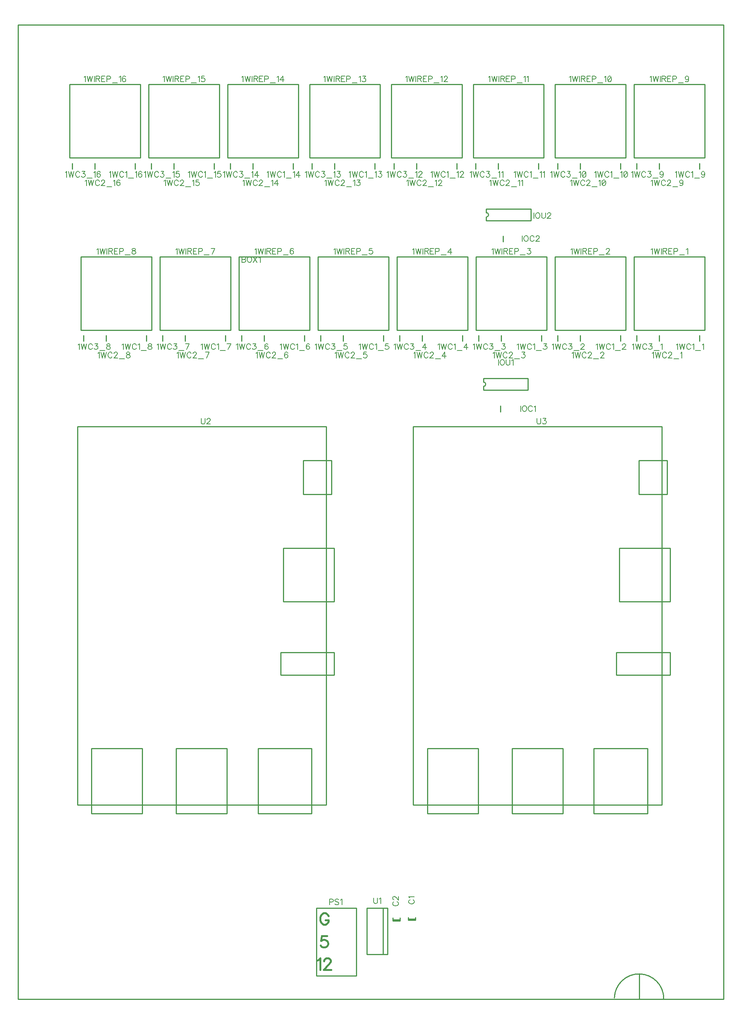
<source format=gbr>
G04 DipTrace 2.4.0.2*
%INtopsilk.gbr*%
%MOIN*%
%ADD10C,0.0098*%
%ADD11C,0.006*%
%ADD50C,0.0077*%
%ADD51C,0.0154*%
%FSLAX44Y44*%
G04*
G70*
G90*
G75*
G01*
%LNTopSilk*%
%LPD*%
X3940Y3940D2*
D10*
X66440D1*
Y90190D1*
X3940D1*
Y3940D1*
X56753Y4035D2*
G02X61128Y3957I2187J-56D01*
G01*
X58959D2*
Y6087D1*
X39119Y11018D2*
X38489D1*
X39119Y10943D2*
X38489D1*
X39119D2*
Y11179D1*
X38489Y10943D2*
Y11179D1*
X37766Y10955D2*
X37137D1*
X37766Y10881D2*
X37137D1*
X37766D2*
Y11116D1*
X37137Y10881D2*
Y11116D1*
X30356Y5998D2*
X33899D1*
Y11998D1*
X30356D1*
Y5998D1*
X36250Y11983D2*
Y7889D1*
X36644Y11983D2*
Y7889D1*
X34833Y11983D2*
Y7889D1*
Y11983D2*
X36644D1*
X34833Y7889D2*
X36644D1*
X9188Y21142D2*
X31212D1*
Y54625D1*
X9188D1*
Y21142D1*
X29187Y48624D2*
X31687D1*
Y51625D1*
X29187D1*
Y48624D1*
X27438Y39123D2*
X31938D1*
Y43874D1*
X27438D1*
Y39123D1*
X27187Y32626D2*
X31938D1*
Y34626D1*
X27187D1*
Y32626D1*
X25188Y20375D2*
X29938D1*
Y26126D1*
X25188D1*
Y20375D1*
X17937D2*
X22437D1*
Y26126D1*
X17937D1*
Y20375D1*
X10436D2*
X14936D1*
Y26126D1*
X10436D1*
Y20375D1*
X38941Y21145D2*
X60965D1*
Y54628D1*
X38941D1*
Y21145D1*
X58940Y48627D2*
X61440D1*
Y51627D1*
X58940D1*
Y48627D1*
X57191Y39126D2*
X61691D1*
Y43877D1*
X57191D1*
Y39126D1*
X56940Y32629D2*
X61691D1*
Y34629D1*
X56940D1*
Y32629D1*
X54941Y20378D2*
X59691D1*
Y26128D1*
X54941D1*
Y20378D1*
X47690D2*
X52190D1*
Y26128D1*
X47690D1*
Y20378D1*
X40190D2*
X44690D1*
Y26128D1*
X40190D1*
Y20378D1*
X46648Y55940D2*
Y56451D1*
X46898Y70999D2*
Y71510D1*
X45159Y57866D2*
X49096D1*
X45159Y58890D2*
X49096D1*
Y57866D2*
Y58890D1*
X45159Y57866D2*
Y58181D1*
Y58575D2*
Y58890D1*
Y58181D2*
G03X45159Y58575I0J197D01*
G01*
X45409Y72866D2*
X49346D1*
X45409Y73890D2*
X49346D1*
Y72866D2*
Y73890D1*
X45409Y72866D2*
Y73181D1*
Y73575D2*
Y73890D1*
Y73181D2*
G03X45409Y73575I0J197D01*
G01*
X64291Y62696D2*
Y62184D1*
X60714D2*
Y62696D1*
X58714Y62184D2*
Y62696D1*
X64755Y63181D2*
X58496D1*
Y69677D1*
X64755D1*
Y63181D1*
X57291Y62696D2*
Y62184D1*
X53714D2*
Y62696D1*
X51714Y62184D2*
Y62696D1*
X57755Y63181D2*
X51496D1*
Y69677D1*
X57755D1*
Y63181D1*
X50291Y62696D2*
Y62184D1*
X46714D2*
Y62696D1*
X44714Y62184D2*
Y62696D1*
X50755Y63181D2*
X44496D1*
Y69677D1*
X50755D1*
Y63181D1*
X43291Y62696D2*
Y62184D1*
X39714D2*
Y62696D1*
X37714Y62184D2*
Y62696D1*
X43755Y63181D2*
X37496D1*
Y69677D1*
X43755D1*
Y63181D1*
X36291Y62696D2*
Y62184D1*
X32714D2*
Y62696D1*
X30714Y62184D2*
Y62696D1*
X36755Y63181D2*
X30496D1*
Y69677D1*
X36755D1*
Y63181D1*
X29291Y62696D2*
Y62184D1*
X25714D2*
Y62696D1*
X23714Y62184D2*
Y62696D1*
X29755Y63181D2*
X23496D1*
Y69677D1*
X29755D1*
Y63181D1*
X22291Y62696D2*
Y62184D1*
X18714D2*
Y62696D1*
X16714Y62184D2*
Y62696D1*
X22755Y63181D2*
X16496D1*
Y69677D1*
X22755D1*
Y63181D1*
X15291Y62696D2*
Y62184D1*
X11714D2*
Y62696D1*
X9714Y62184D2*
Y62696D1*
X15755Y63181D2*
X9496D1*
Y69677D1*
X15755D1*
Y63181D1*
X64291Y77946D2*
Y77434D1*
X60714D2*
Y77946D1*
X58714Y77434D2*
Y77946D1*
X64755Y78431D2*
X58496D1*
Y84927D1*
X64755D1*
Y78431D1*
X57291Y77946D2*
Y77434D1*
X53714D2*
Y77946D1*
X51714Y77434D2*
Y77946D1*
X57755Y78431D2*
X51496D1*
Y84927D1*
X57755D1*
Y78431D1*
X50041Y77946D2*
Y77434D1*
X46464D2*
Y77946D1*
X44464Y77434D2*
Y77946D1*
X50505Y78431D2*
X44246D1*
Y84927D1*
X50505D1*
Y78431D1*
X42791Y77946D2*
Y77434D1*
X39214D2*
Y77946D1*
X37214Y77434D2*
Y77946D1*
X43255Y78431D2*
X36996D1*
Y84927D1*
X43255D1*
Y78431D1*
X35541Y77946D2*
Y77434D1*
X31964D2*
Y77946D1*
X29964Y77434D2*
Y77946D1*
X36005Y78431D2*
X29746D1*
Y84927D1*
X36005D1*
Y78431D1*
X28291Y77946D2*
Y77434D1*
X24714D2*
Y77946D1*
X22714Y77434D2*
Y77946D1*
X28755Y78431D2*
X22496D1*
Y84927D1*
X28755D1*
Y78431D1*
X21291Y77946D2*
Y77434D1*
X17714D2*
Y77946D1*
X15714Y77434D2*
Y77946D1*
X21755Y78431D2*
X15496D1*
Y84927D1*
X21755D1*
Y78431D1*
X14291Y77946D2*
Y77434D1*
X10714D2*
Y77946D1*
X8714Y77434D2*
Y77946D1*
X14755Y78431D2*
X8496D1*
Y84927D1*
X14755D1*
Y78431D1*
X23747Y69672D2*
D50*
Y69170D1*
X23963D1*
X24035Y69194D1*
X24058Y69218D1*
X24082Y69265D1*
Y69337D1*
X24058Y69385D1*
X24035Y69409D1*
X23963Y69433D1*
X24035Y69457D1*
X24058Y69481D1*
X24082Y69528D1*
Y69576D1*
X24058Y69624D1*
X24035Y69648D1*
X23963Y69672D1*
X23747D1*
Y69433D2*
X23963D1*
X24380Y69672D2*
X24332Y69648D1*
X24285Y69600D1*
X24260Y69553D1*
X24237Y69481D1*
Y69361D1*
X24260Y69290D1*
X24285Y69241D1*
X24332Y69194D1*
X24380Y69170D1*
X24476D1*
X24523Y69194D1*
X24572Y69241D1*
X24595Y69290D1*
X24619Y69361D1*
Y69481D1*
X24595Y69553D1*
X24572Y69600D1*
X24523Y69648D1*
X24476Y69672D1*
X24380D1*
X24773D2*
X25108Y69170D1*
Y69672D2*
X24773Y69170D1*
X25263Y69576D2*
X25311Y69600D1*
X25383Y69671D1*
Y69170D1*
X38649Y12728D2*
X38602Y12705D1*
X38554Y12657D1*
X38530Y12609D1*
Y12513D1*
X38554Y12465D1*
X38602Y12418D1*
X38649Y12393D1*
X38721Y12370D1*
X38841D1*
X38912Y12393D1*
X38960Y12418D1*
X39008Y12465D1*
X39032Y12513D1*
Y12609D1*
X39008Y12657D1*
X38960Y12705D1*
X38912Y12728D1*
X38626Y12883D2*
X38602Y12931D1*
X38530Y13003D1*
X39032D1*
X37234Y12558D2*
X37187Y12535D1*
X37139Y12487D1*
X37115Y12439D1*
Y12343D1*
X37139Y12295D1*
X37187Y12248D1*
X37234Y12223D1*
X37306Y12200D1*
X37426D1*
X37497Y12223D1*
X37546Y12248D1*
X37593Y12295D1*
X37617Y12343D1*
Y12439D1*
X37593Y12487D1*
X37546Y12535D1*
X37497Y12558D1*
X37235Y12737D2*
X37211D1*
X37163Y12761D1*
X37139Y12785D1*
X37116Y12833D1*
Y12928D1*
X37139Y12976D1*
X37163Y13000D1*
X37211Y13024D1*
X37259D1*
X37307Y13000D1*
X37378Y12952D1*
X37617Y12713D1*
Y13048D1*
X31515Y12530D2*
X31731D1*
X31802Y12554D1*
X31827Y12578D1*
X31850Y12625D1*
Y12697D1*
X31827Y12745D1*
X31802Y12769D1*
X31731Y12793D1*
X31515D1*
Y12290D1*
X32340Y12721D2*
X32292Y12769D1*
X32220Y12793D1*
X32125D1*
X32053Y12769D1*
X32005Y12721D1*
Y12673D1*
X32029Y12625D1*
X32053Y12602D1*
X32100Y12578D1*
X32244Y12530D1*
X32292Y12506D1*
X32316Y12482D1*
X32340Y12434D1*
Y12362D1*
X32292Y12315D1*
X32220Y12290D1*
X32125D1*
X32053Y12315D1*
X32005Y12362D1*
X32494Y12697D2*
X32542Y12721D1*
X32614Y12792D1*
Y12290D1*
X35434Y12903D2*
Y12545D1*
X35458Y12473D1*
X35506Y12425D1*
X35578Y12401D1*
X35625D1*
X35697Y12425D1*
X35745Y12473D1*
X35769Y12545D1*
Y12903D1*
X35923Y12807D2*
X35971Y12832D1*
X36043Y12903D1*
Y12401D1*
X20150Y55357D2*
Y54999D1*
X20174Y54927D1*
X20222Y54879D1*
X20294Y54855D1*
X20342D1*
X20413Y54879D1*
X20462Y54927D1*
X20485Y54999D1*
Y55357D1*
X20664Y55237D2*
Y55261D1*
X20688Y55309D1*
X20712Y55333D1*
X20760Y55357D1*
X20855D1*
X20903Y55333D1*
X20927Y55309D1*
X20951Y55261D1*
Y55214D1*
X20927Y55165D1*
X20879Y55094D1*
X20640Y54855D1*
X20975D1*
X49903Y55360D2*
Y55001D1*
X49927Y54929D1*
X49975Y54882D1*
X50047Y54858D1*
X50095D1*
X50167Y54882D1*
X50215Y54929D1*
X50238Y55001D1*
Y55360D1*
X50441Y55359D2*
X50703D1*
X50560Y55168D1*
X50632D1*
X50680Y55144D1*
X50703Y55121D1*
X50728Y55049D1*
Y55001D1*
X50703Y54929D1*
X50656Y54881D1*
X50584Y54858D1*
X50512D1*
X50441Y54881D1*
X50417Y54906D1*
X50393Y54953D1*
X48444Y56473D2*
Y55971D1*
X48743Y56473D2*
X48694Y56449D1*
X48647Y56401D1*
X48623Y56354D1*
X48599Y56282D1*
Y56162D1*
X48623Y56090D1*
X48647Y56042D1*
X48694Y55995D1*
X48743Y55971D1*
X48838D1*
X48886Y55995D1*
X48934Y56042D1*
X48958Y56090D1*
X48981Y56162D1*
Y56282D1*
X48958Y56354D1*
X48934Y56401D1*
X48886Y56449D1*
X48838Y56473D1*
X48743D1*
X49494Y56354D2*
X49471Y56401D1*
X49423Y56449D1*
X49375Y56473D1*
X49279D1*
X49231Y56449D1*
X49184Y56401D1*
X49159Y56354D1*
X49136Y56282D1*
Y56162D1*
X49159Y56090D1*
X49184Y56042D1*
X49231Y55995D1*
X49279Y55971D1*
X49375D1*
X49423Y55995D1*
X49471Y56042D1*
X49494Y56090D1*
X49649Y56377D2*
X49697Y56401D1*
X49769Y56472D1*
Y55971D1*
X48587Y71532D2*
Y71030D1*
X48885Y71532D2*
X48837Y71508D1*
X48789Y71460D1*
X48765Y71413D1*
X48741Y71341D1*
Y71221D1*
X48765Y71150D1*
X48789Y71101D1*
X48837Y71054D1*
X48885Y71030D1*
X48981D1*
X49028Y71054D1*
X49076Y71101D1*
X49100Y71150D1*
X49124Y71221D1*
Y71341D1*
X49100Y71413D1*
X49076Y71460D1*
X49028Y71508D1*
X48981Y71532D1*
X48885D1*
X49637Y71413D2*
X49613Y71460D1*
X49565Y71508D1*
X49518Y71532D1*
X49422D1*
X49374Y71508D1*
X49326Y71460D1*
X49302Y71413D1*
X49278Y71341D1*
Y71221D1*
X49302Y71150D1*
X49326Y71101D1*
X49374Y71054D1*
X49422Y71030D1*
X49518D1*
X49565Y71054D1*
X49613Y71101D1*
X49637Y71150D1*
X49816Y71412D2*
Y71436D1*
X49839Y71484D1*
X49863Y71508D1*
X49911Y71531D1*
X50007D1*
X50054Y71508D1*
X50078Y71484D1*
X50102Y71436D1*
Y71388D1*
X50078Y71340D1*
X50031Y71269D1*
X49791Y71030D1*
X50126D1*
X46477Y60567D2*
Y60065D1*
X46775Y60567D2*
X46727Y60543D1*
X46680Y60495D1*
X46655Y60448D1*
X46632Y60376D1*
Y60256D1*
X46655Y60184D1*
X46680Y60136D1*
X46727Y60089D1*
X46775Y60065D1*
X46871D1*
X46918Y60089D1*
X46967Y60136D1*
X46990Y60184D1*
X47014Y60256D1*
Y60376D1*
X46990Y60448D1*
X46967Y60495D1*
X46918Y60543D1*
X46871Y60567D1*
X46775D1*
X47169D2*
Y60208D1*
X47192Y60136D1*
X47240Y60089D1*
X47312Y60065D1*
X47360D1*
X47432Y60089D1*
X47480Y60136D1*
X47503Y60208D1*
Y60567D1*
X47658Y60471D2*
X47706Y60495D1*
X47778Y60566D1*
Y60065D1*
X49620Y73567D2*
Y73065D1*
X49918Y73567D2*
X49870Y73543D1*
X49822Y73495D1*
X49798Y73448D1*
X49774Y73376D1*
Y73256D1*
X49798Y73184D1*
X49822Y73136D1*
X49870Y73089D1*
X49918Y73065D1*
X50013D1*
X50061Y73089D1*
X50109Y73136D1*
X50133Y73184D1*
X50157Y73256D1*
Y73376D1*
X50133Y73448D1*
X50109Y73495D1*
X50061Y73543D1*
X50013Y73567D1*
X49918D1*
X50311D2*
Y73208D1*
X50335Y73136D1*
X50383Y73089D1*
X50455Y73065D1*
X50502D1*
X50574Y73089D1*
X50622Y73136D1*
X50646Y73208D1*
Y73567D1*
X50825Y73447D2*
Y73471D1*
X50848Y73519D1*
X50872Y73543D1*
X50920Y73566D1*
X51016D1*
X51063Y73543D1*
X51087Y73519D1*
X51111Y73471D1*
Y73423D1*
X51087Y73375D1*
X51040Y73304D1*
X50800Y73065D1*
X51135D1*
X62246Y61871D2*
X62294Y61896D1*
X62365Y61967D1*
Y61465D1*
X62520Y61967D2*
X62640Y61465D1*
X62759Y61967D1*
X62879Y61465D1*
X62999Y61967D1*
X63512Y61848D2*
X63488Y61896D1*
X63440Y61944D1*
X63392Y61967D1*
X63297D1*
X63249Y61944D1*
X63201Y61896D1*
X63177Y61848D1*
X63153Y61776D1*
Y61656D1*
X63177Y61585D1*
X63201Y61537D1*
X63249Y61489D1*
X63297Y61465D1*
X63392D1*
X63440Y61489D1*
X63488Y61537D1*
X63512Y61585D1*
X63666Y61871D2*
X63714Y61896D1*
X63786Y61967D1*
Y61465D1*
X63940Y61382D2*
X64395D1*
X64549Y61871D2*
X64597Y61896D1*
X64669Y61967D1*
Y61465D1*
X60104Y61121D2*
X60152Y61146D1*
X60224Y61217D1*
Y60715D1*
X60378Y61217D2*
X60498Y60715D1*
X60617Y61217D1*
X60737Y60715D1*
X60857Y61217D1*
X61370Y61098D2*
X61346Y61146D1*
X61298Y61194D1*
X61250Y61217D1*
X61155D1*
X61107Y61194D1*
X61059Y61146D1*
X61035Y61098D1*
X61011Y61026D1*
Y60906D1*
X61035Y60835D1*
X61059Y60787D1*
X61107Y60739D1*
X61155Y60715D1*
X61250D1*
X61298Y60739D1*
X61346Y60787D1*
X61370Y60835D1*
X61548Y61097D2*
Y61121D1*
X61572Y61169D1*
X61596Y61193D1*
X61644Y61217D1*
X61740D1*
X61787Y61193D1*
X61811Y61169D1*
X61835Y61121D1*
Y61074D1*
X61811Y61026D1*
X61763Y60954D1*
X61524Y60715D1*
X61859D1*
X62013Y60632D2*
X62468D1*
X62622Y61121D2*
X62670Y61146D1*
X62742Y61217D1*
Y60715D1*
X58354Y61871D2*
X58402Y61896D1*
X58473Y61967D1*
Y61465D1*
X58628Y61967D2*
X58748Y61465D1*
X58867Y61967D1*
X58987Y61465D1*
X59106Y61967D1*
X59620Y61848D2*
X59596Y61896D1*
X59548Y61944D1*
X59500Y61967D1*
X59405D1*
X59356Y61944D1*
X59309Y61896D1*
X59285Y61848D1*
X59261Y61776D1*
Y61656D1*
X59285Y61585D1*
X59309Y61537D1*
X59356Y61489D1*
X59405Y61465D1*
X59500D1*
X59548Y61489D1*
X59596Y61537D1*
X59620Y61585D1*
X59822Y61967D2*
X60085D1*
X59941Y61776D1*
X60013D1*
X60061Y61752D1*
X60085Y61728D1*
X60109Y61656D1*
Y61609D1*
X60085Y61537D1*
X60037Y61489D1*
X59965Y61465D1*
X59893D1*
X59822Y61489D1*
X59798Y61513D1*
X59774Y61561D1*
X60263Y61382D2*
X60718D1*
X60872Y61871D2*
X60920Y61896D1*
X60992Y61967D1*
Y61465D1*
X60009Y70312D2*
X60057Y70337D1*
X60128Y70408D1*
Y69906D1*
X60283Y70409D2*
X60403Y69906D1*
X60522Y70409D1*
X60642Y69906D1*
X60761Y70409D1*
X60916D2*
Y69906D1*
X61070Y70169D2*
X61285D1*
X61357Y70194D1*
X61381Y70217D1*
X61405Y70265D1*
Y70313D1*
X61381Y70361D1*
X61357Y70385D1*
X61285Y70409D1*
X61070D1*
Y69906D1*
X61238Y70169D2*
X61405Y69906D1*
X61870Y70409D2*
X61560D1*
Y69906D1*
X61870D1*
X61560Y70169D2*
X61751D1*
X62025Y70146D2*
X62240D1*
X62311Y70169D1*
X62336Y70194D1*
X62360Y70241D1*
Y70313D1*
X62336Y70361D1*
X62311Y70385D1*
X62240Y70409D1*
X62025D1*
Y69906D1*
X62514Y69823D2*
X62968D1*
X63123Y70312D2*
X63171Y70337D1*
X63243Y70408D1*
Y69906D1*
X55138Y61871D2*
X55186Y61896D1*
X55258Y61967D1*
Y61465D1*
X55412Y61967D2*
X55532Y61465D1*
X55652Y61967D1*
X55771Y61465D1*
X55891Y61967D1*
X56404Y61848D2*
X56380Y61896D1*
X56332Y61944D1*
X56285Y61967D1*
X56189D1*
X56141Y61944D1*
X56093Y61896D1*
X56069Y61848D1*
X56045Y61776D1*
Y61656D1*
X56069Y61585D1*
X56093Y61537D1*
X56141Y61489D1*
X56189Y61465D1*
X56285D1*
X56332Y61489D1*
X56380Y61537D1*
X56404Y61585D1*
X56559Y61871D2*
X56607Y61896D1*
X56678Y61967D1*
Y61465D1*
X56833Y61382D2*
X57287D1*
X57466Y61847D2*
Y61871D1*
X57490Y61919D1*
X57513Y61943D1*
X57561Y61967D1*
X57657D1*
X57705Y61943D1*
X57728Y61919D1*
X57753Y61871D1*
Y61824D1*
X57728Y61776D1*
X57681Y61704D1*
X57442Y61465D1*
X57776D1*
X52996Y61121D2*
X53044Y61146D1*
X53116Y61217D1*
Y60715D1*
X53270Y61217D2*
X53390Y60715D1*
X53510Y61217D1*
X53629Y60715D1*
X53749Y61217D1*
X54262Y61098D2*
X54238Y61146D1*
X54190Y61194D1*
X54143Y61217D1*
X54047D1*
X53999Y61194D1*
X53952Y61146D1*
X53927Y61098D1*
X53903Y61026D1*
Y60906D1*
X53927Y60835D1*
X53952Y60787D1*
X53999Y60739D1*
X54047Y60715D1*
X54143D1*
X54190Y60739D1*
X54238Y60787D1*
X54262Y60835D1*
X54441Y61097D2*
Y61121D1*
X54465Y61169D1*
X54488Y61193D1*
X54536Y61217D1*
X54632D1*
X54680Y61193D1*
X54703Y61169D1*
X54728Y61121D1*
Y61074D1*
X54703Y61026D1*
X54656Y60954D1*
X54417Y60715D1*
X54751D1*
X54906Y60632D2*
X55360D1*
X55539Y61097D2*
Y61121D1*
X55563Y61169D1*
X55586Y61193D1*
X55634Y61217D1*
X55730D1*
X55778Y61193D1*
X55801Y61169D1*
X55826Y61121D1*
Y61074D1*
X55801Y61026D1*
X55754Y60954D1*
X55515Y60715D1*
X55849D1*
X51246Y61871D2*
X51294Y61896D1*
X51366Y61967D1*
Y61465D1*
X51520Y61967D2*
X51640Y61465D1*
X51760Y61967D1*
X51879Y61465D1*
X51999Y61967D1*
X52512Y61848D2*
X52488Y61896D1*
X52440Y61944D1*
X52393Y61967D1*
X52297D1*
X52249Y61944D1*
X52201Y61896D1*
X52177Y61848D1*
X52153Y61776D1*
Y61656D1*
X52177Y61585D1*
X52201Y61537D1*
X52249Y61489D1*
X52297Y61465D1*
X52393D1*
X52440Y61489D1*
X52488Y61537D1*
X52512Y61585D1*
X52715Y61967D2*
X52977D1*
X52834Y61776D1*
X52906D1*
X52953Y61752D1*
X52977Y61728D1*
X53001Y61656D1*
Y61609D1*
X52977Y61537D1*
X52930Y61489D1*
X52858Y61465D1*
X52786D1*
X52715Y61489D1*
X52691Y61513D1*
X52666Y61561D1*
X53156Y61382D2*
X53610D1*
X53789Y61847D2*
Y61871D1*
X53813Y61919D1*
X53836Y61943D1*
X53884Y61967D1*
X53980D1*
X54028Y61943D1*
X54051Y61919D1*
X54076Y61871D1*
Y61824D1*
X54051Y61776D1*
X54004Y61704D1*
X53765Y61465D1*
X54099D1*
X52901Y70312D2*
X52949Y70337D1*
X53021Y70408D1*
Y69906D1*
X53175Y70409D2*
X53295Y69906D1*
X53415Y70409D1*
X53534Y69906D1*
X53654Y70409D1*
X53808D2*
Y69906D1*
X53963Y70169D2*
X54178D1*
X54250Y70194D1*
X54274Y70217D1*
X54298Y70265D1*
Y70313D1*
X54274Y70361D1*
X54250Y70385D1*
X54178Y70409D1*
X53963D1*
Y69906D1*
X54130Y70169D2*
X54298Y69906D1*
X54763Y70409D2*
X54452D1*
Y69906D1*
X54763D1*
X54452Y70169D2*
X54643D1*
X54917Y70146D2*
X55133D1*
X55204Y70169D1*
X55228Y70194D1*
X55252Y70241D1*
Y70313D1*
X55228Y70361D1*
X55204Y70385D1*
X55133Y70409D1*
X54917D1*
Y69906D1*
X55406Y69823D2*
X55861D1*
X56039Y70289D2*
Y70312D1*
X56063Y70361D1*
X56087Y70384D1*
X56135Y70408D1*
X56231D1*
X56278Y70384D1*
X56302Y70361D1*
X56326Y70312D1*
Y70265D1*
X56302Y70217D1*
X56254Y70146D1*
X56015Y69906D1*
X56350D1*
X48138Y61871D2*
X48186Y61896D1*
X48258Y61967D1*
Y61465D1*
X48412Y61967D2*
X48532Y61465D1*
X48652Y61967D1*
X48771Y61465D1*
X48891Y61967D1*
X49404Y61848D2*
X49380Y61896D1*
X49332Y61944D1*
X49285Y61967D1*
X49189D1*
X49141Y61944D1*
X49093Y61896D1*
X49069Y61848D1*
X49045Y61776D1*
Y61656D1*
X49069Y61585D1*
X49093Y61537D1*
X49141Y61489D1*
X49189Y61465D1*
X49285D1*
X49332Y61489D1*
X49380Y61537D1*
X49404Y61585D1*
X49559Y61871D2*
X49607Y61896D1*
X49678Y61967D1*
Y61465D1*
X49833Y61382D2*
X50287D1*
X50490Y61967D2*
X50752D1*
X50609Y61776D1*
X50681D1*
X50728Y61752D1*
X50752Y61728D1*
X50776Y61656D1*
Y61609D1*
X50752Y61537D1*
X50705Y61489D1*
X50633Y61465D1*
X50561D1*
X50490Y61489D1*
X50466Y61513D1*
X50442Y61561D1*
X45996Y61121D2*
X46044Y61146D1*
X46116Y61217D1*
Y60715D1*
X46270Y61217D2*
X46390Y60715D1*
X46510Y61217D1*
X46629Y60715D1*
X46749Y61217D1*
X47262Y61098D2*
X47238Y61146D1*
X47190Y61194D1*
X47143Y61217D1*
X47047D1*
X46999Y61194D1*
X46952Y61146D1*
X46927Y61098D1*
X46903Y61026D1*
Y60906D1*
X46927Y60835D1*
X46952Y60787D1*
X46999Y60739D1*
X47047Y60715D1*
X47143D1*
X47190Y60739D1*
X47238Y60787D1*
X47262Y60835D1*
X47441Y61097D2*
Y61121D1*
X47465Y61169D1*
X47488Y61193D1*
X47536Y61217D1*
X47632D1*
X47680Y61193D1*
X47703Y61169D1*
X47728Y61121D1*
Y61074D1*
X47703Y61026D1*
X47656Y60954D1*
X47417Y60715D1*
X47751D1*
X47906Y60632D2*
X48360D1*
X48563Y61217D2*
X48825D1*
X48682Y61026D1*
X48754D1*
X48801Y61002D1*
X48825Y60978D1*
X48849Y60906D1*
Y60859D1*
X48825Y60787D1*
X48778Y60739D1*
X48706Y60715D1*
X48634D1*
X48563Y60739D1*
X48539Y60763D1*
X48515Y60811D1*
X44246Y61871D2*
X44294Y61896D1*
X44366Y61967D1*
Y61465D1*
X44520Y61967D2*
X44640Y61465D1*
X44760Y61967D1*
X44879Y61465D1*
X44999Y61967D1*
X45512Y61848D2*
X45488Y61896D1*
X45440Y61944D1*
X45393Y61967D1*
X45297D1*
X45249Y61944D1*
X45201Y61896D1*
X45177Y61848D1*
X45153Y61776D1*
Y61656D1*
X45177Y61585D1*
X45201Y61537D1*
X45249Y61489D1*
X45297Y61465D1*
X45393D1*
X45440Y61489D1*
X45488Y61537D1*
X45512Y61585D1*
X45715Y61967D2*
X45977D1*
X45834Y61776D1*
X45906D1*
X45953Y61752D1*
X45977Y61728D1*
X46001Y61656D1*
Y61609D1*
X45977Y61537D1*
X45930Y61489D1*
X45858Y61465D1*
X45786D1*
X45715Y61489D1*
X45691Y61513D1*
X45666Y61561D1*
X46156Y61382D2*
X46610D1*
X46813Y61967D2*
X47075D1*
X46932Y61776D1*
X47004D1*
X47051Y61752D1*
X47075Y61728D1*
X47099Y61656D1*
Y61609D1*
X47075Y61537D1*
X47028Y61489D1*
X46956Y61465D1*
X46884D1*
X46813Y61489D1*
X46789Y61513D1*
X46765Y61561D1*
X45901Y70312D2*
X45949Y70337D1*
X46021Y70408D1*
Y69906D1*
X46175Y70409D2*
X46295Y69906D1*
X46415Y70409D1*
X46534Y69906D1*
X46654Y70409D1*
X46808D2*
Y69906D1*
X46963Y70169D2*
X47178D1*
X47250Y70194D1*
X47274Y70217D1*
X47298Y70265D1*
Y70313D1*
X47274Y70361D1*
X47250Y70385D1*
X47178Y70409D1*
X46963D1*
Y69906D1*
X47130Y70169D2*
X47298Y69906D1*
X47763Y70409D2*
X47452D1*
Y69906D1*
X47763D1*
X47452Y70169D2*
X47643D1*
X47917Y70146D2*
X48133D1*
X48204Y70169D1*
X48228Y70194D1*
X48252Y70241D1*
Y70313D1*
X48228Y70361D1*
X48204Y70385D1*
X48133Y70409D1*
X47917D1*
Y69906D1*
X48406Y69823D2*
X48861D1*
X49063Y70408D2*
X49326D1*
X49183Y70217D1*
X49254D1*
X49302Y70193D1*
X49326Y70169D1*
X49350Y70097D1*
Y70050D1*
X49326Y69978D1*
X49278Y69930D1*
X49206Y69906D1*
X49135D1*
X49063Y69930D1*
X49039Y69954D1*
X49015Y70002D1*
X41126Y61871D2*
X41174Y61896D1*
X41246Y61967D1*
Y61465D1*
X41401Y61967D2*
X41520Y61465D1*
X41640Y61967D1*
X41759Y61465D1*
X41879Y61967D1*
X42392Y61848D2*
X42368Y61896D1*
X42320Y61944D1*
X42273Y61967D1*
X42177D1*
X42129Y61944D1*
X42082Y61896D1*
X42057Y61848D1*
X42034Y61776D1*
Y61656D1*
X42057Y61585D1*
X42082Y61537D1*
X42129Y61489D1*
X42177Y61465D1*
X42273D1*
X42320Y61489D1*
X42368Y61537D1*
X42392Y61585D1*
X42547Y61871D2*
X42595Y61896D1*
X42667Y61967D1*
Y61465D1*
X42821Y61382D2*
X43275D1*
X43669Y61465D2*
Y61967D1*
X43430Y61632D1*
X43788D1*
X38984Y61121D2*
X39032Y61146D1*
X39104Y61217D1*
Y60715D1*
X39259Y61217D2*
X39378Y60715D1*
X39498Y61217D1*
X39617Y60715D1*
X39737Y61217D1*
X40250Y61098D2*
X40226Y61146D1*
X40178Y61194D1*
X40131Y61217D1*
X40035D1*
X39987Y61194D1*
X39940Y61146D1*
X39915Y61098D1*
X39892Y61026D1*
Y60906D1*
X39915Y60835D1*
X39940Y60787D1*
X39987Y60739D1*
X40035Y60715D1*
X40131D1*
X40178Y60739D1*
X40226Y60787D1*
X40250Y60835D1*
X40429Y61097D2*
Y61121D1*
X40453Y61169D1*
X40476Y61193D1*
X40525Y61217D1*
X40620D1*
X40668Y61193D1*
X40691Y61169D1*
X40716Y61121D1*
Y61074D1*
X40691Y61026D1*
X40644Y60954D1*
X40405Y60715D1*
X40740D1*
X40894Y60632D2*
X41348D1*
X41742Y60715D2*
Y61217D1*
X41503Y60882D1*
X41861D1*
X37234Y61871D2*
X37282Y61896D1*
X37354Y61967D1*
Y61465D1*
X37508Y61967D2*
X37628Y61465D1*
X37748Y61967D1*
X37867Y61465D1*
X37987Y61967D1*
X38500Y61848D2*
X38476Y61896D1*
X38428Y61944D1*
X38381Y61967D1*
X38285D1*
X38237Y61944D1*
X38190Y61896D1*
X38165Y61848D1*
X38141Y61776D1*
Y61656D1*
X38165Y61585D1*
X38190Y61537D1*
X38237Y61489D1*
X38285Y61465D1*
X38381D1*
X38428Y61489D1*
X38476Y61537D1*
X38500Y61585D1*
X38703Y61967D2*
X38965D1*
X38822Y61776D1*
X38894D1*
X38941Y61752D1*
X38965Y61728D1*
X38990Y61656D1*
Y61609D1*
X38965Y61537D1*
X38918Y61489D1*
X38846Y61465D1*
X38774D1*
X38703Y61489D1*
X38679Y61513D1*
X38655Y61561D1*
X39144Y61382D2*
X39598D1*
X39992Y61465D2*
Y61967D1*
X39753Y61632D1*
X40111D1*
X38889Y70312D2*
X38937Y70337D1*
X39009Y70408D1*
Y69906D1*
X39163Y70409D2*
X39283Y69906D1*
X39403Y70409D1*
X39522Y69906D1*
X39642Y70409D1*
X39796D2*
Y69906D1*
X39951Y70169D2*
X40166D1*
X40238Y70194D1*
X40262Y70217D1*
X40286Y70265D1*
Y70313D1*
X40262Y70361D1*
X40238Y70385D1*
X40166Y70409D1*
X39951D1*
Y69906D1*
X40118Y70169D2*
X40286Y69906D1*
X40751Y70409D2*
X40440D1*
Y69906D1*
X40751D1*
X40440Y70169D2*
X40631D1*
X40905Y70146D2*
X41121D1*
X41192Y70169D1*
X41216Y70194D1*
X41240Y70241D1*
Y70313D1*
X41216Y70361D1*
X41192Y70385D1*
X41121Y70409D1*
X40905D1*
Y69906D1*
X41395Y69823D2*
X41849D1*
X42243Y69906D2*
Y70408D1*
X42003Y70074D1*
X42362D1*
X34138Y61871D2*
X34186Y61896D1*
X34258Y61967D1*
Y61465D1*
X34412Y61967D2*
X34532Y61465D1*
X34652Y61967D1*
X34771Y61465D1*
X34891Y61967D1*
X35404Y61848D2*
X35380Y61896D1*
X35332Y61944D1*
X35285Y61967D1*
X35189D1*
X35141Y61944D1*
X35093Y61896D1*
X35069Y61848D1*
X35045Y61776D1*
Y61656D1*
X35069Y61585D1*
X35093Y61537D1*
X35141Y61489D1*
X35189Y61465D1*
X35285D1*
X35332Y61489D1*
X35380Y61537D1*
X35404Y61585D1*
X35559Y61871D2*
X35607Y61896D1*
X35678Y61967D1*
Y61465D1*
X35833Y61382D2*
X36287D1*
X36728Y61967D2*
X36490D1*
X36466Y61752D1*
X36490Y61776D1*
X36561Y61800D1*
X36633D1*
X36705Y61776D1*
X36753Y61728D1*
X36776Y61656D1*
Y61609D1*
X36753Y61537D1*
X36705Y61489D1*
X36633Y61465D1*
X36561D1*
X36490Y61489D1*
X36466Y61513D1*
X36442Y61561D1*
X31996Y61121D2*
X32044Y61146D1*
X32116Y61217D1*
Y60715D1*
X32270Y61217D2*
X32390Y60715D1*
X32510Y61217D1*
X32629Y60715D1*
X32749Y61217D1*
X33262Y61098D2*
X33238Y61146D1*
X33190Y61194D1*
X33143Y61217D1*
X33047D1*
X32999Y61194D1*
X32952Y61146D1*
X32927Y61098D1*
X32903Y61026D1*
Y60906D1*
X32927Y60835D1*
X32952Y60787D1*
X32999Y60739D1*
X33047Y60715D1*
X33143D1*
X33190Y60739D1*
X33238Y60787D1*
X33262Y60835D1*
X33441Y61097D2*
Y61121D1*
X33465Y61169D1*
X33488Y61193D1*
X33536Y61217D1*
X33632D1*
X33680Y61193D1*
X33703Y61169D1*
X33728Y61121D1*
Y61074D1*
X33703Y61026D1*
X33656Y60954D1*
X33417Y60715D1*
X33751D1*
X33906Y60632D2*
X34360D1*
X34801Y61217D2*
X34563D1*
X34539Y61002D1*
X34563Y61026D1*
X34634Y61050D1*
X34706D1*
X34778Y61026D1*
X34826Y60978D1*
X34849Y60906D1*
Y60859D1*
X34826Y60787D1*
X34778Y60739D1*
X34706Y60715D1*
X34634D1*
X34563Y60739D1*
X34539Y60763D1*
X34515Y60811D1*
X30246Y61871D2*
X30294Y61896D1*
X30366Y61967D1*
Y61465D1*
X30520Y61967D2*
X30640Y61465D1*
X30760Y61967D1*
X30879Y61465D1*
X30999Y61967D1*
X31512Y61848D2*
X31488Y61896D1*
X31440Y61944D1*
X31393Y61967D1*
X31297D1*
X31249Y61944D1*
X31201Y61896D1*
X31177Y61848D1*
X31153Y61776D1*
Y61656D1*
X31177Y61585D1*
X31201Y61537D1*
X31249Y61489D1*
X31297Y61465D1*
X31393D1*
X31440Y61489D1*
X31488Y61537D1*
X31512Y61585D1*
X31715Y61967D2*
X31977D1*
X31834Y61776D1*
X31906D1*
X31953Y61752D1*
X31977Y61728D1*
X32001Y61656D1*
Y61609D1*
X31977Y61537D1*
X31930Y61489D1*
X31858Y61465D1*
X31786D1*
X31715Y61489D1*
X31691Y61513D1*
X31666Y61561D1*
X32156Y61382D2*
X32610D1*
X33051Y61967D2*
X32813D1*
X32789Y61752D1*
X32813Y61776D1*
X32884Y61800D1*
X32956D1*
X33028Y61776D1*
X33076Y61728D1*
X33099Y61656D1*
Y61609D1*
X33076Y61537D1*
X33028Y61489D1*
X32956Y61465D1*
X32884D1*
X32813Y61489D1*
X32789Y61513D1*
X32765Y61561D1*
X31901Y70312D2*
X31949Y70337D1*
X32021Y70408D1*
Y69906D1*
X32175Y70409D2*
X32295Y69906D1*
X32415Y70409D1*
X32534Y69906D1*
X32654Y70409D1*
X32808D2*
Y69906D1*
X32963Y70169D2*
X33178D1*
X33250Y70194D1*
X33274Y70217D1*
X33298Y70265D1*
Y70313D1*
X33274Y70361D1*
X33250Y70385D1*
X33178Y70409D1*
X32963D1*
Y69906D1*
X33130Y70169D2*
X33298Y69906D1*
X33763Y70409D2*
X33452D1*
Y69906D1*
X33763D1*
X33452Y70169D2*
X33643D1*
X33917Y70146D2*
X34133D1*
X34204Y70169D1*
X34228Y70194D1*
X34252Y70241D1*
Y70313D1*
X34228Y70361D1*
X34204Y70385D1*
X34133Y70409D1*
X33917D1*
Y69906D1*
X34406Y69823D2*
X34861D1*
X35302Y70408D2*
X35063D1*
X35039Y70193D1*
X35063Y70217D1*
X35135Y70241D1*
X35206D1*
X35278Y70217D1*
X35326Y70169D1*
X35350Y70097D1*
Y70050D1*
X35326Y69978D1*
X35278Y69930D1*
X35206Y69906D1*
X35135D1*
X35063Y69930D1*
X35039Y69954D1*
X35015Y70002D1*
X27150Y61871D2*
X27198Y61896D1*
X27270Y61967D1*
Y61465D1*
X27425Y61967D2*
X27544Y61465D1*
X27664Y61967D1*
X27783Y61465D1*
X27903Y61967D1*
X28416Y61848D2*
X28393Y61896D1*
X28344Y61944D1*
X28297Y61967D1*
X28201D1*
X28153Y61944D1*
X28106Y61896D1*
X28081Y61848D1*
X28058Y61776D1*
Y61656D1*
X28081Y61585D1*
X28106Y61537D1*
X28153Y61489D1*
X28201Y61465D1*
X28297D1*
X28344Y61489D1*
X28393Y61537D1*
X28416Y61585D1*
X28571Y61871D2*
X28619Y61896D1*
X28691Y61967D1*
Y61465D1*
X28845Y61382D2*
X29299D1*
X29741Y61896D2*
X29717Y61943D1*
X29645Y61967D1*
X29597D1*
X29526Y61943D1*
X29477Y61871D1*
X29454Y61752D1*
Y61632D1*
X29477Y61537D1*
X29526Y61489D1*
X29597Y61465D1*
X29621D1*
X29692Y61489D1*
X29741Y61537D1*
X29764Y61609D1*
Y61632D1*
X29741Y61704D1*
X29692Y61752D1*
X29621Y61776D1*
X29597D1*
X29526Y61752D1*
X29477Y61704D1*
X29454Y61632D1*
X25008Y61121D2*
X25056Y61146D1*
X25128Y61217D1*
Y60715D1*
X25283Y61217D2*
X25403Y60715D1*
X25522Y61217D1*
X25641Y60715D1*
X25761Y61217D1*
X26274Y61098D2*
X26251Y61146D1*
X26202Y61194D1*
X26155Y61217D1*
X26059D1*
X26011Y61194D1*
X25964Y61146D1*
X25939Y61098D1*
X25916Y61026D1*
Y60906D1*
X25939Y60835D1*
X25964Y60787D1*
X26011Y60739D1*
X26059Y60715D1*
X26155D1*
X26202Y60739D1*
X26251Y60787D1*
X26274Y60835D1*
X26453Y61097D2*
Y61121D1*
X26477Y61169D1*
X26501Y61193D1*
X26549Y61217D1*
X26644D1*
X26692Y61193D1*
X26716Y61169D1*
X26740Y61121D1*
Y61074D1*
X26716Y61026D1*
X26668Y60954D1*
X26429Y60715D1*
X26764D1*
X26918Y60632D2*
X27372D1*
X27814Y61146D2*
X27790Y61193D1*
X27718Y61217D1*
X27670D1*
X27599Y61193D1*
X27550Y61121D1*
X27527Y61002D1*
Y60882D1*
X27550Y60787D1*
X27599Y60739D1*
X27670Y60715D1*
X27694D1*
X27765Y60739D1*
X27814Y60787D1*
X27837Y60859D1*
Y60882D1*
X27814Y60954D1*
X27765Y61002D1*
X27694Y61026D1*
X27670D1*
X27599Y61002D1*
X27550Y60954D1*
X27527Y60882D1*
X23258Y61871D2*
X23306Y61896D1*
X23378Y61967D1*
Y61465D1*
X23533Y61967D2*
X23652Y61465D1*
X23772Y61967D1*
X23891Y61465D1*
X24011Y61967D1*
X24524Y61848D2*
X24500Y61896D1*
X24452Y61944D1*
X24405Y61967D1*
X24309D1*
X24261Y61944D1*
X24214Y61896D1*
X24189Y61848D1*
X24166Y61776D1*
Y61656D1*
X24189Y61585D1*
X24214Y61537D1*
X24261Y61489D1*
X24309Y61465D1*
X24405D1*
X24452Y61489D1*
X24500Y61537D1*
X24524Y61585D1*
X24727Y61967D2*
X24989D1*
X24846Y61776D1*
X24918D1*
X24965Y61752D1*
X24989Y61728D1*
X25014Y61656D1*
Y61609D1*
X24989Y61537D1*
X24942Y61489D1*
X24870Y61465D1*
X24798D1*
X24727Y61489D1*
X24703Y61513D1*
X24679Y61561D1*
X25168Y61382D2*
X25622D1*
X26064Y61896D2*
X26040Y61943D1*
X25968Y61967D1*
X25920D1*
X25849Y61943D1*
X25800Y61871D1*
X25777Y61752D1*
Y61632D1*
X25800Y61537D1*
X25849Y61489D1*
X25920Y61465D1*
X25944D1*
X26015Y61489D1*
X26064Y61537D1*
X26087Y61609D1*
Y61632D1*
X26064Y61704D1*
X26015Y61752D1*
X25944Y61776D1*
X25920D1*
X25849Y61752D1*
X25800Y61704D1*
X25777Y61632D1*
X24913Y70312D2*
X24961Y70337D1*
X25033Y70408D1*
Y69906D1*
X25188Y70409D2*
X25307Y69906D1*
X25427Y70409D1*
X25546Y69906D1*
X25666Y70409D1*
X25821D2*
Y69906D1*
X25975Y70169D2*
X26190D1*
X26262Y70194D1*
X26286Y70217D1*
X26310Y70265D1*
Y70313D1*
X26286Y70361D1*
X26262Y70385D1*
X26190Y70409D1*
X25975D1*
Y69906D1*
X26142Y70169D2*
X26310Y69906D1*
X26775Y70409D2*
X26464D1*
Y69906D1*
X26775D1*
X26464Y70169D2*
X26655D1*
X26929Y70146D2*
X27145D1*
X27216Y70169D1*
X27240Y70194D1*
X27264Y70241D1*
Y70313D1*
X27240Y70361D1*
X27216Y70385D1*
X27145Y70409D1*
X26929D1*
Y69906D1*
X27419Y69823D2*
X27873D1*
X28314Y70337D2*
X28290Y70384D1*
X28219Y70408D1*
X28171D1*
X28099Y70384D1*
X28051Y70312D1*
X28027Y70193D1*
Y70074D1*
X28051Y69978D1*
X28099Y69930D1*
X28171Y69906D1*
X28195D1*
X28266Y69930D1*
X28314Y69978D1*
X28338Y70050D1*
Y70074D1*
X28314Y70146D1*
X28266Y70193D1*
X28195Y70217D1*
X28171D1*
X28099Y70193D1*
X28051Y70146D1*
X28027Y70074D1*
X20138Y61871D2*
X20186Y61896D1*
X20258Y61967D1*
Y61465D1*
X20412Y61967D2*
X20532Y61465D1*
X20652Y61967D1*
X20771Y61465D1*
X20891Y61967D1*
X21404Y61848D2*
X21380Y61896D1*
X21332Y61944D1*
X21285Y61967D1*
X21189D1*
X21141Y61944D1*
X21093Y61896D1*
X21069Y61848D1*
X21045Y61776D1*
Y61656D1*
X21069Y61585D1*
X21093Y61537D1*
X21141Y61489D1*
X21189Y61465D1*
X21285D1*
X21332Y61489D1*
X21380Y61537D1*
X21404Y61585D1*
X21559Y61871D2*
X21607Y61896D1*
X21678Y61967D1*
Y61465D1*
X21833Y61382D2*
X22287D1*
X22537Y61465D2*
X22776Y61967D1*
X22442D1*
X17996Y61121D2*
X18044Y61146D1*
X18116Y61217D1*
Y60715D1*
X18270Y61217D2*
X18390Y60715D1*
X18510Y61217D1*
X18629Y60715D1*
X18749Y61217D1*
X19262Y61098D2*
X19238Y61146D1*
X19190Y61194D1*
X19143Y61217D1*
X19047D1*
X18999Y61194D1*
X18952Y61146D1*
X18927Y61098D1*
X18903Y61026D1*
Y60906D1*
X18927Y60835D1*
X18952Y60787D1*
X18999Y60739D1*
X19047Y60715D1*
X19143D1*
X19190Y60739D1*
X19238Y60787D1*
X19262Y60835D1*
X19441Y61097D2*
Y61121D1*
X19465Y61169D1*
X19488Y61193D1*
X19536Y61217D1*
X19632D1*
X19680Y61193D1*
X19703Y61169D1*
X19728Y61121D1*
Y61074D1*
X19703Y61026D1*
X19656Y60954D1*
X19417Y60715D1*
X19751D1*
X19906Y60632D2*
X20360D1*
X20610Y60715D2*
X20849Y61217D1*
X20515D1*
X16246Y61871D2*
X16294Y61896D1*
X16366Y61967D1*
Y61465D1*
X16520Y61967D2*
X16640Y61465D1*
X16760Y61967D1*
X16879Y61465D1*
X16999Y61967D1*
X17512Y61848D2*
X17488Y61896D1*
X17440Y61944D1*
X17393Y61967D1*
X17297D1*
X17249Y61944D1*
X17201Y61896D1*
X17177Y61848D1*
X17153Y61776D1*
Y61656D1*
X17177Y61585D1*
X17201Y61537D1*
X17249Y61489D1*
X17297Y61465D1*
X17393D1*
X17440Y61489D1*
X17488Y61537D1*
X17512Y61585D1*
X17715Y61967D2*
X17977D1*
X17834Y61776D1*
X17906D1*
X17953Y61752D1*
X17977Y61728D1*
X18001Y61656D1*
Y61609D1*
X17977Y61537D1*
X17930Y61489D1*
X17858Y61465D1*
X17786D1*
X17715Y61489D1*
X17691Y61513D1*
X17666Y61561D1*
X18156Y61382D2*
X18610D1*
X18860Y61465D2*
X19099Y61967D1*
X18765D1*
X17901Y70312D2*
X17949Y70337D1*
X18021Y70408D1*
Y69906D1*
X18175Y70409D2*
X18295Y69906D1*
X18415Y70409D1*
X18534Y69906D1*
X18654Y70409D1*
X18808D2*
Y69906D1*
X18963Y70169D2*
X19178D1*
X19250Y70194D1*
X19274Y70217D1*
X19298Y70265D1*
Y70313D1*
X19274Y70361D1*
X19250Y70385D1*
X19178Y70409D1*
X18963D1*
Y69906D1*
X19130Y70169D2*
X19298Y69906D1*
X19763Y70409D2*
X19452D1*
Y69906D1*
X19763D1*
X19452Y70169D2*
X19643D1*
X19917Y70146D2*
X20133D1*
X20204Y70169D1*
X20228Y70194D1*
X20252Y70241D1*
Y70313D1*
X20228Y70361D1*
X20204Y70385D1*
X20133Y70409D1*
X19917D1*
Y69906D1*
X20406Y69823D2*
X20861D1*
X21111Y69906D2*
X21350Y70408D1*
X21015D1*
X13138Y61871D2*
X13186Y61896D1*
X13258Y61967D1*
Y61465D1*
X13413Y61967D2*
X13533Y61465D1*
X13652Y61967D1*
X13771Y61465D1*
X13891Y61967D1*
X14404Y61848D2*
X14381Y61896D1*
X14333Y61944D1*
X14285Y61967D1*
X14189D1*
X14141Y61944D1*
X14094Y61896D1*
X14069Y61848D1*
X14046Y61776D1*
Y61656D1*
X14069Y61585D1*
X14094Y61537D1*
X14141Y61489D1*
X14189Y61465D1*
X14285D1*
X14333Y61489D1*
X14381Y61537D1*
X14404Y61585D1*
X14559Y61871D2*
X14607Y61896D1*
X14679Y61967D1*
Y61465D1*
X14833Y61382D2*
X15287D1*
X15561Y61967D2*
X15490Y61943D1*
X15466Y61896D1*
Y61847D1*
X15490Y61800D1*
X15537Y61776D1*
X15633Y61752D1*
X15705Y61728D1*
X15752Y61680D1*
X15776Y61632D1*
Y61561D1*
X15752Y61513D1*
X15729Y61489D1*
X15657Y61465D1*
X15561D1*
X15490Y61489D1*
X15466Y61513D1*
X15442Y61561D1*
Y61632D1*
X15466Y61680D1*
X15514Y61728D1*
X15585Y61752D1*
X15681Y61776D1*
X15729Y61800D1*
X15752Y61847D1*
Y61896D1*
X15729Y61943D1*
X15657Y61967D1*
X15561D1*
X10996Y61121D2*
X11044Y61146D1*
X11116Y61217D1*
Y60715D1*
X11271Y61217D2*
X11391Y60715D1*
X11510Y61217D1*
X11629Y60715D1*
X11749Y61217D1*
X12262Y61098D2*
X12239Y61146D1*
X12191Y61194D1*
X12143Y61217D1*
X12047D1*
X11999Y61194D1*
X11952Y61146D1*
X11927Y61098D1*
X11904Y61026D1*
Y60906D1*
X11927Y60835D1*
X11952Y60787D1*
X11999Y60739D1*
X12047Y60715D1*
X12143D1*
X12191Y60739D1*
X12239Y60787D1*
X12262Y60835D1*
X12441Y61097D2*
Y61121D1*
X12465Y61169D1*
X12489Y61193D1*
X12537Y61217D1*
X12632D1*
X12680Y61193D1*
X12704Y61169D1*
X12728Y61121D1*
Y61074D1*
X12704Y61026D1*
X12656Y60954D1*
X12417Y60715D1*
X12752D1*
X12906Y60632D2*
X13360D1*
X13634Y61217D2*
X13563Y61193D1*
X13539Y61146D1*
Y61097D1*
X13563Y61050D1*
X13610Y61026D1*
X13706Y61002D1*
X13778Y60978D1*
X13825Y60930D1*
X13849Y60882D1*
Y60811D1*
X13825Y60763D1*
X13802Y60739D1*
X13730Y60715D1*
X13634D1*
X13563Y60739D1*
X13539Y60763D1*
X13515Y60811D1*
Y60882D1*
X13539Y60930D1*
X13587Y60978D1*
X13658Y61002D1*
X13754Y61026D1*
X13802Y61050D1*
X13825Y61097D1*
Y61146D1*
X13802Y61193D1*
X13730Y61217D1*
X13634D1*
X9246Y61871D2*
X9294Y61896D1*
X9366Y61967D1*
Y61465D1*
X9521Y61967D2*
X9641Y61465D1*
X9760Y61967D1*
X9879Y61465D1*
X9999Y61967D1*
X10512Y61848D2*
X10489Y61896D1*
X10441Y61944D1*
X10393Y61967D1*
X10297D1*
X10249Y61944D1*
X10202Y61896D1*
X10177Y61848D1*
X10154Y61776D1*
Y61656D1*
X10177Y61585D1*
X10202Y61537D1*
X10249Y61489D1*
X10297Y61465D1*
X10393D1*
X10441Y61489D1*
X10489Y61537D1*
X10512Y61585D1*
X10715Y61967D2*
X10977D1*
X10834Y61776D1*
X10906D1*
X10954Y61752D1*
X10977Y61728D1*
X11002Y61656D1*
Y61609D1*
X10977Y61537D1*
X10930Y61489D1*
X10858Y61465D1*
X10786D1*
X10715Y61489D1*
X10691Y61513D1*
X10667Y61561D1*
X11156Y61382D2*
X11610D1*
X11884Y61967D2*
X11813Y61943D1*
X11789Y61896D1*
Y61847D1*
X11813Y61800D1*
X11860Y61776D1*
X11956Y61752D1*
X12028Y61728D1*
X12075Y61680D1*
X12099Y61632D1*
Y61561D1*
X12075Y61513D1*
X12052Y61489D1*
X11980Y61465D1*
X11884D1*
X11813Y61489D1*
X11789Y61513D1*
X11765Y61561D1*
Y61632D1*
X11789Y61680D1*
X11837Y61728D1*
X11908Y61752D1*
X12004Y61776D1*
X12052Y61800D1*
X12075Y61847D1*
Y61896D1*
X12052Y61943D1*
X11980Y61967D1*
X11884D1*
X10901Y70312D2*
X10949Y70337D1*
X11021Y70408D1*
Y69906D1*
X11176Y70409D2*
X11296Y69906D1*
X11415Y70409D1*
X11534Y69906D1*
X11654Y70409D1*
X11809D2*
Y69906D1*
X11963Y70169D2*
X12178D1*
X12250Y70194D1*
X12274Y70217D1*
X12298Y70265D1*
Y70313D1*
X12274Y70361D1*
X12250Y70385D1*
X12178Y70409D1*
X11963D1*
Y69906D1*
X12131Y70169D2*
X12298Y69906D1*
X12763Y70409D2*
X12452D1*
Y69906D1*
X12763D1*
X12452Y70169D2*
X12644D1*
X12917Y70146D2*
X13133D1*
X13204Y70169D1*
X13229Y70194D1*
X13252Y70241D1*
Y70313D1*
X13229Y70361D1*
X13204Y70385D1*
X13133Y70409D1*
X12917D1*
Y69906D1*
X13407Y69823D2*
X13861D1*
X14135Y70408D2*
X14063Y70384D1*
X14039Y70337D1*
Y70289D1*
X14063Y70241D1*
X14111Y70217D1*
X14207Y70193D1*
X14278Y70169D1*
X14326Y70121D1*
X14350Y70074D1*
Y70002D1*
X14326Y69954D1*
X14302Y69930D1*
X14230Y69906D1*
X14135D1*
X14063Y69930D1*
X14039Y69954D1*
X14015Y70002D1*
Y70074D1*
X14039Y70121D1*
X14087Y70169D1*
X14159Y70193D1*
X14254Y70217D1*
X14302Y70241D1*
X14326Y70289D1*
Y70337D1*
X14302Y70384D1*
X14230Y70408D1*
X14135D1*
X62150Y77121D2*
X62198Y77146D1*
X62270Y77217D1*
Y76715D1*
X62424Y77217D2*
X62544Y76715D1*
X62664Y77217D1*
X62783Y76715D1*
X62903Y77217D1*
X63416Y77098D2*
X63392Y77146D1*
X63344Y77194D1*
X63297Y77217D1*
X63201D1*
X63153Y77194D1*
X63105Y77146D1*
X63081Y77098D1*
X63057Y77026D1*
Y76906D1*
X63081Y76835D1*
X63105Y76787D1*
X63153Y76739D1*
X63201Y76715D1*
X63297D1*
X63344Y76739D1*
X63392Y76787D1*
X63416Y76835D1*
X63570Y77121D2*
X63618Y77146D1*
X63690Y77217D1*
Y76715D1*
X63845Y76632D2*
X64299D1*
X64765Y77050D2*
X64740Y76978D1*
X64693Y76930D1*
X64621Y76906D1*
X64597D1*
X64525Y76930D1*
X64478Y76978D1*
X64453Y77050D1*
Y77074D1*
X64478Y77146D1*
X64525Y77193D1*
X64597Y77217D1*
X64621D1*
X64693Y77193D1*
X64740Y77146D1*
X64765Y77050D1*
Y76930D1*
X64740Y76811D1*
X64693Y76739D1*
X64621Y76715D1*
X64573D1*
X64502Y76739D1*
X64478Y76787D1*
X60008Y76371D2*
X60056Y76396D1*
X60128Y76467D1*
Y75965D1*
X60282Y76467D2*
X60402Y75965D1*
X60522Y76467D1*
X60641Y75965D1*
X60761Y76467D1*
X61274Y76348D2*
X61250Y76396D1*
X61202Y76444D1*
X61155Y76467D1*
X61059D1*
X61011Y76444D1*
X60963Y76396D1*
X60939Y76348D1*
X60915Y76276D1*
Y76156D1*
X60939Y76085D1*
X60963Y76037D1*
X61011Y75989D1*
X61059Y75965D1*
X61155D1*
X61202Y75989D1*
X61250Y76037D1*
X61274Y76085D1*
X61453Y76347D2*
Y76371D1*
X61476Y76419D1*
X61500Y76443D1*
X61548Y76467D1*
X61644D1*
X61691Y76443D1*
X61715Y76419D1*
X61740Y76371D1*
Y76324D1*
X61715Y76276D1*
X61668Y76204D1*
X61428Y75965D1*
X61763D1*
X61918Y75882D2*
X62372D1*
X62838Y76300D2*
X62813Y76228D1*
X62766Y76180D1*
X62694Y76156D1*
X62670D1*
X62598Y76180D1*
X62551Y76228D1*
X62526Y76300D1*
Y76324D1*
X62551Y76396D1*
X62598Y76443D1*
X62670Y76467D1*
X62694D1*
X62766Y76443D1*
X62813Y76396D1*
X62838Y76300D1*
Y76180D1*
X62813Y76061D1*
X62766Y75989D1*
X62694Y75965D1*
X62646D1*
X62575Y75989D1*
X62551Y76037D1*
X58258Y77121D2*
X58306Y77146D1*
X58378Y77217D1*
Y76715D1*
X58532Y77217D2*
X58652Y76715D1*
X58772Y77217D1*
X58891Y76715D1*
X59011Y77217D1*
X59524Y77098D2*
X59500Y77146D1*
X59452Y77194D1*
X59405Y77217D1*
X59309D1*
X59261Y77194D1*
X59213Y77146D1*
X59189Y77098D1*
X59165Y77026D1*
Y76906D1*
X59189Y76835D1*
X59213Y76787D1*
X59261Y76739D1*
X59309Y76715D1*
X59405D1*
X59452Y76739D1*
X59500Y76787D1*
X59524Y76835D1*
X59726Y77217D2*
X59989D1*
X59846Y77026D1*
X59918D1*
X59965Y77002D1*
X59989Y76978D1*
X60013Y76906D1*
Y76859D1*
X59989Y76787D1*
X59941Y76739D1*
X59870Y76715D1*
X59798D1*
X59726Y76739D1*
X59703Y76763D1*
X59678Y76811D1*
X60168Y76632D2*
X60622D1*
X61088Y77050D2*
X61063Y76978D1*
X61016Y76930D1*
X60944Y76906D1*
X60920D1*
X60848Y76930D1*
X60801Y76978D1*
X60776Y77050D1*
Y77074D1*
X60801Y77146D1*
X60848Y77193D1*
X60920Y77217D1*
X60944D1*
X61016Y77193D1*
X61063Y77146D1*
X61088Y77050D1*
Y76930D1*
X61063Y76811D1*
X61016Y76739D1*
X60944Y76715D1*
X60896D1*
X60824Y76739D1*
X60801Y76787D1*
X59913Y85562D2*
X59961Y85587D1*
X60033Y85658D1*
Y85156D1*
X60187Y85659D2*
X60307Y85156D1*
X60427Y85659D1*
X60546Y85156D1*
X60666Y85659D1*
X60820D2*
Y85156D1*
X60975Y85419D2*
X61190D1*
X61261Y85444D1*
X61286Y85467D1*
X61310Y85515D1*
Y85563D1*
X61286Y85611D1*
X61261Y85635D1*
X61190Y85659D1*
X60975D1*
Y85156D1*
X61142Y85419D2*
X61310Y85156D1*
X61775Y85659D2*
X61464D1*
Y85156D1*
X61775D1*
X61464Y85419D2*
X61655D1*
X61929Y85396D2*
X62145D1*
X62216Y85419D1*
X62240Y85444D1*
X62264Y85491D1*
Y85563D1*
X62240Y85611D1*
X62216Y85635D1*
X62145Y85659D1*
X61929D1*
Y85156D1*
X62418Y85073D2*
X62873D1*
X63338Y85491D2*
X63314Y85419D1*
X63266Y85371D1*
X63194Y85347D1*
X63171D1*
X63099Y85371D1*
X63051Y85419D1*
X63027Y85491D1*
Y85515D1*
X63051Y85587D1*
X63099Y85634D1*
X63171Y85658D1*
X63194D1*
X63266Y85634D1*
X63314Y85587D1*
X63338Y85491D1*
Y85371D1*
X63314Y85252D1*
X63266Y85180D1*
X63194Y85156D1*
X63147D1*
X63075Y85180D1*
X63051Y85228D1*
X55001Y77121D2*
X55049Y77146D1*
X55121Y77217D1*
Y76715D1*
X55275Y77217D2*
X55395Y76715D1*
X55515Y77217D1*
X55634Y76715D1*
X55754Y77217D1*
X56267Y77098D2*
X56243Y77146D1*
X56195Y77194D1*
X56148Y77217D1*
X56052D1*
X56004Y77194D1*
X55956Y77146D1*
X55932Y77098D1*
X55908Y77026D1*
Y76906D1*
X55932Y76835D1*
X55956Y76787D1*
X56004Y76739D1*
X56052Y76715D1*
X56148D1*
X56195Y76739D1*
X56243Y76787D1*
X56267Y76835D1*
X56421Y77121D2*
X56469Y77146D1*
X56541Y77217D1*
Y76715D1*
X56696Y76632D2*
X57150D1*
X57304Y77121D2*
X57352Y77146D1*
X57424Y77217D1*
Y76715D1*
X57722Y77217D2*
X57651Y77193D1*
X57602Y77121D1*
X57579Y77002D1*
Y76930D1*
X57602Y76811D1*
X57651Y76739D1*
X57722Y76715D1*
X57770D1*
X57842Y76739D1*
X57889Y76811D1*
X57914Y76930D1*
Y77002D1*
X57889Y77121D1*
X57842Y77193D1*
X57770Y77217D1*
X57722D1*
X57889Y77121D2*
X57602Y76811D1*
X52859Y76371D2*
X52907Y76396D1*
X52979Y76467D1*
Y75965D1*
X53133Y76467D2*
X53253Y75965D1*
X53373Y76467D1*
X53492Y75965D1*
X53612Y76467D1*
X54125Y76348D2*
X54101Y76396D1*
X54053Y76444D1*
X54006Y76467D1*
X53910D1*
X53862Y76444D1*
X53814Y76396D1*
X53790Y76348D1*
X53766Y76276D1*
Y76156D1*
X53790Y76085D1*
X53814Y76037D1*
X53862Y75989D1*
X53910Y75965D1*
X54006D1*
X54053Y75989D1*
X54101Y76037D1*
X54125Y76085D1*
X54304Y76347D2*
Y76371D1*
X54327Y76419D1*
X54351Y76443D1*
X54399Y76467D1*
X54495D1*
X54542Y76443D1*
X54566Y76419D1*
X54591Y76371D1*
Y76324D1*
X54566Y76276D1*
X54519Y76204D1*
X54279Y75965D1*
X54614D1*
X54769Y75882D2*
X55223D1*
X55377Y76371D2*
X55425Y76396D1*
X55497Y76467D1*
Y75965D1*
X55795Y76467D2*
X55724Y76443D1*
X55675Y76371D1*
X55652Y76252D1*
Y76180D1*
X55675Y76061D1*
X55724Y75989D1*
X55795Y75965D1*
X55843D1*
X55915Y75989D1*
X55962Y76061D1*
X55987Y76180D1*
Y76252D1*
X55962Y76371D1*
X55915Y76443D1*
X55843Y76467D1*
X55795D1*
X55962Y76371D2*
X55675Y76061D1*
X51109Y77121D2*
X51157Y77146D1*
X51229Y77217D1*
Y76715D1*
X51383Y77217D2*
X51503Y76715D1*
X51623Y77217D1*
X51742Y76715D1*
X51862Y77217D1*
X52375Y77098D2*
X52351Y77146D1*
X52303Y77194D1*
X52256Y77217D1*
X52160D1*
X52112Y77194D1*
X52064Y77146D1*
X52040Y77098D1*
X52016Y77026D1*
Y76906D1*
X52040Y76835D1*
X52064Y76787D1*
X52112Y76739D1*
X52160Y76715D1*
X52256D1*
X52303Y76739D1*
X52351Y76787D1*
X52375Y76835D1*
X52577Y77217D2*
X52840D1*
X52697Y77026D1*
X52769D1*
X52816Y77002D1*
X52840Y76978D1*
X52864Y76906D1*
Y76859D1*
X52840Y76787D1*
X52792Y76739D1*
X52721Y76715D1*
X52649D1*
X52577Y76739D1*
X52554Y76763D1*
X52529Y76811D1*
X53019Y76632D2*
X53473D1*
X53627Y77121D2*
X53675Y77146D1*
X53747Y77217D1*
Y76715D1*
X54045Y77217D2*
X53974Y77193D1*
X53925Y77121D1*
X53902Y77002D1*
Y76930D1*
X53925Y76811D1*
X53974Y76739D1*
X54045Y76715D1*
X54093D1*
X54165Y76739D1*
X54212Y76811D1*
X54237Y76930D1*
Y77002D1*
X54212Y77121D1*
X54165Y77193D1*
X54093Y77217D1*
X54045D1*
X54212Y77121D2*
X53925Y76811D1*
X52764Y85562D2*
X52812Y85587D1*
X52884Y85658D1*
Y85156D1*
X53038Y85659D2*
X53158Y85156D1*
X53277Y85659D1*
X53397Y85156D1*
X53517Y85659D1*
X53671D2*
Y85156D1*
X53826Y85419D2*
X54041D1*
X54112Y85444D1*
X54137Y85467D1*
X54161Y85515D1*
Y85563D1*
X54137Y85611D1*
X54112Y85635D1*
X54041Y85659D1*
X53826D1*
Y85156D1*
X53993Y85419D2*
X54161Y85156D1*
X54626Y85659D2*
X54315D1*
Y85156D1*
X54626D1*
X54315Y85419D2*
X54506D1*
X54780Y85396D2*
X54995D1*
X55067Y85419D1*
X55091Y85444D1*
X55115Y85491D1*
Y85563D1*
X55091Y85611D1*
X55067Y85635D1*
X54995Y85659D1*
X54780D1*
Y85156D1*
X55269Y85073D2*
X55724D1*
X55878Y85562D2*
X55926Y85587D1*
X55998Y85658D1*
Y85156D1*
X56296Y85658D2*
X56224Y85634D1*
X56176Y85562D1*
X56152Y85443D1*
Y85371D1*
X56176Y85252D1*
X56224Y85180D1*
X56296Y85156D1*
X56344D1*
X56415Y85180D1*
X56463Y85252D1*
X56487Y85371D1*
Y85443D1*
X56463Y85562D1*
X56415Y85634D1*
X56344Y85658D1*
X56296D1*
X56463Y85562D2*
X56176Y85252D1*
X47858Y77121D2*
X47906Y77146D1*
X47978Y77217D1*
Y76715D1*
X48133Y77217D2*
X48253Y76715D1*
X48372Y77217D1*
X48491Y76715D1*
X48611Y77217D1*
X49124Y77098D2*
X49101Y77146D1*
X49053Y77194D1*
X49005Y77217D1*
X48909D1*
X48861Y77194D1*
X48814Y77146D1*
X48790Y77098D1*
X48766Y77026D1*
Y76906D1*
X48790Y76835D1*
X48814Y76787D1*
X48861Y76739D1*
X48909Y76715D1*
X49005D1*
X49053Y76739D1*
X49101Y76787D1*
X49124Y76835D1*
X49279Y77121D2*
X49327Y77146D1*
X49399Y77217D1*
Y76715D1*
X49553Y76632D2*
X50007D1*
X50162Y77121D2*
X50210Y77146D1*
X50282Y77217D1*
Y76715D1*
X50436Y77121D2*
X50484Y77146D1*
X50556Y77217D1*
Y76715D1*
X45716Y76371D2*
X45764Y76396D1*
X45836Y76467D1*
Y75965D1*
X45991Y76467D2*
X46111Y75965D1*
X46230Y76467D1*
X46349Y75965D1*
X46469Y76467D1*
X46982Y76348D2*
X46959Y76396D1*
X46911Y76444D1*
X46863Y76467D1*
X46767D1*
X46719Y76444D1*
X46672Y76396D1*
X46648Y76348D1*
X46624Y76276D1*
Y76156D1*
X46648Y76085D1*
X46672Y76037D1*
X46719Y75989D1*
X46767Y75965D1*
X46863D1*
X46911Y75989D1*
X46959Y76037D1*
X46982Y76085D1*
X47161Y76347D2*
Y76371D1*
X47185Y76419D1*
X47209Y76443D1*
X47257Y76467D1*
X47352D1*
X47400Y76443D1*
X47424Y76419D1*
X47448Y76371D1*
Y76324D1*
X47424Y76276D1*
X47376Y76204D1*
X47137Y75965D1*
X47472D1*
X47626Y75882D2*
X48081D1*
X48235Y76371D2*
X48283Y76396D1*
X48355Y76467D1*
Y75965D1*
X48509Y76371D2*
X48557Y76396D1*
X48629Y76467D1*
Y75965D1*
X43966Y77121D2*
X44014Y77146D1*
X44086Y77217D1*
Y76715D1*
X44241Y77217D2*
X44361Y76715D1*
X44480Y77217D1*
X44599Y76715D1*
X44719Y77217D1*
X45232Y77098D2*
X45209Y77146D1*
X45161Y77194D1*
X45113Y77217D1*
X45017D1*
X44969Y77194D1*
X44922Y77146D1*
X44897Y77098D1*
X44874Y77026D1*
Y76906D1*
X44897Y76835D1*
X44922Y76787D1*
X44969Y76739D1*
X45017Y76715D1*
X45113D1*
X45161Y76739D1*
X45209Y76787D1*
X45232Y76835D1*
X45435Y77217D2*
X45697D1*
X45554Y77026D1*
X45626D1*
X45674Y77002D1*
X45697Y76978D1*
X45722Y76906D1*
Y76859D1*
X45697Y76787D1*
X45650Y76739D1*
X45578Y76715D1*
X45506D1*
X45435Y76739D1*
X45411Y76763D1*
X45387Y76811D1*
X45876Y76632D2*
X46330D1*
X46485Y77121D2*
X46533Y77146D1*
X46605Y77217D1*
Y76715D1*
X46759Y77121D2*
X46807Y77146D1*
X46879Y77217D1*
Y76715D1*
X45621Y85562D2*
X45669Y85587D1*
X45741Y85658D1*
Y85156D1*
X45896Y85659D2*
X46016Y85156D1*
X46135Y85659D1*
X46254Y85156D1*
X46374Y85659D1*
X46529D2*
Y85156D1*
X46683Y85419D2*
X46898D1*
X46970Y85444D1*
X46994Y85467D1*
X47018Y85515D1*
Y85563D1*
X46994Y85611D1*
X46970Y85635D1*
X46898Y85659D1*
X46683D1*
Y85156D1*
X46851Y85419D2*
X47018Y85156D1*
X47483Y85659D2*
X47172D1*
Y85156D1*
X47483D1*
X47172Y85419D2*
X47364D1*
X47637Y85396D2*
X47853D1*
X47924Y85419D1*
X47949Y85444D1*
X47972Y85491D1*
Y85563D1*
X47949Y85611D1*
X47924Y85635D1*
X47853Y85659D1*
X47637D1*
Y85156D1*
X48127Y85073D2*
X48581D1*
X48735Y85562D2*
X48784Y85587D1*
X48855Y85658D1*
Y85156D1*
X49010Y85562D2*
X49058Y85587D1*
X49130Y85658D1*
Y85156D1*
X40501Y77121D2*
X40549Y77146D1*
X40621Y77217D1*
Y76715D1*
X40775Y77217D2*
X40895Y76715D1*
X41015Y77217D1*
X41134Y76715D1*
X41254Y77217D1*
X41767Y77098D2*
X41743Y77146D1*
X41695Y77194D1*
X41648Y77217D1*
X41552D1*
X41504Y77194D1*
X41456Y77146D1*
X41432Y77098D1*
X41408Y77026D1*
Y76906D1*
X41432Y76835D1*
X41456Y76787D1*
X41504Y76739D1*
X41552Y76715D1*
X41648D1*
X41695Y76739D1*
X41743Y76787D1*
X41767Y76835D1*
X41921Y77121D2*
X41969Y77146D1*
X42041Y77217D1*
Y76715D1*
X42196Y76632D2*
X42650D1*
X42804Y77121D2*
X42852Y77146D1*
X42924Y77217D1*
Y76715D1*
X43103Y77097D2*
Y77121D1*
X43127Y77169D1*
X43151Y77193D1*
X43199Y77217D1*
X43294D1*
X43342Y77193D1*
X43366Y77169D1*
X43390Y77121D1*
Y77074D1*
X43366Y77026D1*
X43318Y76954D1*
X43079Y76715D1*
X43414D1*
X38359Y76371D2*
X38407Y76396D1*
X38479Y76467D1*
Y75965D1*
X38633Y76467D2*
X38753Y75965D1*
X38873Y76467D1*
X38992Y75965D1*
X39112Y76467D1*
X39625Y76348D2*
X39601Y76396D1*
X39553Y76444D1*
X39506Y76467D1*
X39410D1*
X39362Y76444D1*
X39314Y76396D1*
X39290Y76348D1*
X39266Y76276D1*
Y76156D1*
X39290Y76085D1*
X39314Y76037D1*
X39362Y75989D1*
X39410Y75965D1*
X39506D1*
X39553Y75989D1*
X39601Y76037D1*
X39625Y76085D1*
X39804Y76347D2*
Y76371D1*
X39827Y76419D1*
X39851Y76443D1*
X39899Y76467D1*
X39995D1*
X40042Y76443D1*
X40066Y76419D1*
X40091Y76371D1*
Y76324D1*
X40066Y76276D1*
X40019Y76204D1*
X39779Y75965D1*
X40114D1*
X40269Y75882D2*
X40723D1*
X40877Y76371D2*
X40925Y76396D1*
X40997Y76467D1*
Y75965D1*
X41176Y76347D2*
Y76371D1*
X41200Y76419D1*
X41224Y76443D1*
X41272Y76467D1*
X41367D1*
X41415Y76443D1*
X41439Y76419D1*
X41463Y76371D1*
Y76324D1*
X41439Y76276D1*
X41391Y76204D1*
X41152Y75965D1*
X41487D1*
X36609Y77121D2*
X36657Y77146D1*
X36729Y77217D1*
Y76715D1*
X36883Y77217D2*
X37003Y76715D1*
X37123Y77217D1*
X37242Y76715D1*
X37362Y77217D1*
X37875Y77098D2*
X37851Y77146D1*
X37803Y77194D1*
X37756Y77217D1*
X37660D1*
X37612Y77194D1*
X37564Y77146D1*
X37540Y77098D1*
X37516Y77026D1*
Y76906D1*
X37540Y76835D1*
X37564Y76787D1*
X37612Y76739D1*
X37660Y76715D1*
X37756D1*
X37803Y76739D1*
X37851Y76787D1*
X37875Y76835D1*
X38077Y77217D2*
X38340D1*
X38197Y77026D1*
X38269D1*
X38316Y77002D1*
X38340Y76978D1*
X38364Y76906D1*
Y76859D1*
X38340Y76787D1*
X38292Y76739D1*
X38221Y76715D1*
X38149D1*
X38077Y76739D1*
X38054Y76763D1*
X38029Y76811D1*
X38519Y76632D2*
X38973D1*
X39127Y77121D2*
X39175Y77146D1*
X39247Y77217D1*
Y76715D1*
X39426Y77097D2*
Y77121D1*
X39450Y77169D1*
X39474Y77193D1*
X39522Y77217D1*
X39617D1*
X39665Y77193D1*
X39689Y77169D1*
X39713Y77121D1*
Y77074D1*
X39689Y77026D1*
X39641Y76954D1*
X39402Y76715D1*
X39737D1*
X38264Y85562D2*
X38312Y85587D1*
X38384Y85658D1*
Y85156D1*
X38538Y85659D2*
X38658Y85156D1*
X38777Y85659D1*
X38897Y85156D1*
X39017Y85659D1*
X39171D2*
Y85156D1*
X39326Y85419D2*
X39541D1*
X39612Y85444D1*
X39637Y85467D1*
X39661Y85515D1*
Y85563D1*
X39637Y85611D1*
X39612Y85635D1*
X39541Y85659D1*
X39326D1*
Y85156D1*
X39493Y85419D2*
X39661Y85156D1*
X40126Y85659D2*
X39815D1*
Y85156D1*
X40126D1*
X39815Y85419D2*
X40006D1*
X40280Y85396D2*
X40495D1*
X40567Y85419D1*
X40591Y85444D1*
X40615Y85491D1*
Y85563D1*
X40591Y85611D1*
X40567Y85635D1*
X40495Y85659D1*
X40280D1*
Y85156D1*
X40769Y85073D2*
X41224D1*
X41378Y85562D2*
X41426Y85587D1*
X41498Y85658D1*
Y85156D1*
X41677Y85539D2*
Y85562D1*
X41700Y85611D1*
X41724Y85634D1*
X41772Y85658D1*
X41868D1*
X41915Y85634D1*
X41939Y85611D1*
X41963Y85562D1*
Y85515D1*
X41939Y85467D1*
X41892Y85396D1*
X41652Y85156D1*
X41987D1*
X33251Y77121D2*
X33299Y77146D1*
X33371Y77217D1*
Y76715D1*
X33525Y77217D2*
X33645Y76715D1*
X33765Y77217D1*
X33884Y76715D1*
X34004Y77217D1*
X34517Y77098D2*
X34493Y77146D1*
X34445Y77194D1*
X34398Y77217D1*
X34302D1*
X34254Y77194D1*
X34206Y77146D1*
X34182Y77098D1*
X34158Y77026D1*
Y76906D1*
X34182Y76835D1*
X34206Y76787D1*
X34254Y76739D1*
X34302Y76715D1*
X34398D1*
X34445Y76739D1*
X34493Y76787D1*
X34517Y76835D1*
X34671Y77121D2*
X34719Y77146D1*
X34791Y77217D1*
Y76715D1*
X34946Y76632D2*
X35400D1*
X35554Y77121D2*
X35602Y77146D1*
X35674Y77217D1*
Y76715D1*
X35877Y77217D2*
X36139D1*
X35996Y77026D1*
X36068D1*
X36116Y77002D1*
X36139Y76978D1*
X36164Y76906D1*
Y76859D1*
X36139Y76787D1*
X36092Y76739D1*
X36020Y76715D1*
X35948D1*
X35877Y76739D1*
X35853Y76763D1*
X35829Y76811D1*
X31109Y76371D2*
X31157Y76396D1*
X31229Y76467D1*
Y75965D1*
X31383Y76467D2*
X31503Y75965D1*
X31623Y76467D1*
X31742Y75965D1*
X31862Y76467D1*
X32375Y76348D2*
X32351Y76396D1*
X32303Y76444D1*
X32256Y76467D1*
X32160D1*
X32112Y76444D1*
X32064Y76396D1*
X32040Y76348D1*
X32016Y76276D1*
Y76156D1*
X32040Y76085D1*
X32064Y76037D1*
X32112Y75989D1*
X32160Y75965D1*
X32256D1*
X32303Y75989D1*
X32351Y76037D1*
X32375Y76085D1*
X32554Y76347D2*
Y76371D1*
X32577Y76419D1*
X32601Y76443D1*
X32649Y76467D1*
X32745D1*
X32792Y76443D1*
X32816Y76419D1*
X32841Y76371D1*
Y76324D1*
X32816Y76276D1*
X32769Y76204D1*
X32529Y75965D1*
X32864D1*
X33019Y75882D2*
X33473D1*
X33627Y76371D2*
X33675Y76396D1*
X33747Y76467D1*
Y75965D1*
X33950Y76467D2*
X34212D1*
X34069Y76276D1*
X34141D1*
X34189Y76252D1*
X34212Y76228D1*
X34237Y76156D1*
Y76109D1*
X34212Y76037D1*
X34165Y75989D1*
X34093Y75965D1*
X34021D1*
X33950Y75989D1*
X33926Y76013D1*
X33902Y76061D1*
X29359Y77121D2*
X29407Y77146D1*
X29479Y77217D1*
Y76715D1*
X29633Y77217D2*
X29753Y76715D1*
X29873Y77217D1*
X29992Y76715D1*
X30112Y77217D1*
X30625Y77098D2*
X30601Y77146D1*
X30553Y77194D1*
X30506Y77217D1*
X30410D1*
X30362Y77194D1*
X30314Y77146D1*
X30290Y77098D1*
X30266Y77026D1*
Y76906D1*
X30290Y76835D1*
X30314Y76787D1*
X30362Y76739D1*
X30410Y76715D1*
X30506D1*
X30553Y76739D1*
X30601Y76787D1*
X30625Y76835D1*
X30827Y77217D2*
X31090D1*
X30947Y77026D1*
X31019D1*
X31066Y77002D1*
X31090Y76978D1*
X31114Y76906D1*
Y76859D1*
X31090Y76787D1*
X31042Y76739D1*
X30971Y76715D1*
X30899D1*
X30827Y76739D1*
X30804Y76763D1*
X30779Y76811D1*
X31269Y76632D2*
X31723D1*
X31877Y77121D2*
X31925Y77146D1*
X31997Y77217D1*
Y76715D1*
X32200Y77217D2*
X32462D1*
X32319Y77026D1*
X32391D1*
X32439Y77002D1*
X32462Y76978D1*
X32487Y76906D1*
Y76859D1*
X32462Y76787D1*
X32415Y76739D1*
X32343Y76715D1*
X32271D1*
X32200Y76739D1*
X32176Y76763D1*
X32152Y76811D1*
X31014Y85562D2*
X31062Y85587D1*
X31134Y85658D1*
Y85156D1*
X31288Y85659D2*
X31408Y85156D1*
X31527Y85659D1*
X31647Y85156D1*
X31767Y85659D1*
X31921D2*
Y85156D1*
X32076Y85419D2*
X32291D1*
X32362Y85444D1*
X32387Y85467D1*
X32411Y85515D1*
Y85563D1*
X32387Y85611D1*
X32362Y85635D1*
X32291Y85659D1*
X32076D1*
Y85156D1*
X32243Y85419D2*
X32411Y85156D1*
X32876Y85659D2*
X32565D1*
Y85156D1*
X32876D1*
X32565Y85419D2*
X32756D1*
X33030Y85396D2*
X33245D1*
X33317Y85419D1*
X33341Y85444D1*
X33365Y85491D1*
Y85563D1*
X33341Y85611D1*
X33317Y85635D1*
X33245Y85659D1*
X33030D1*
Y85156D1*
X33519Y85073D2*
X33974D1*
X34128Y85562D2*
X34176Y85587D1*
X34248Y85658D1*
Y85156D1*
X34450Y85658D2*
X34713D1*
X34570Y85467D1*
X34642D1*
X34689Y85443D1*
X34713Y85419D1*
X34737Y85347D1*
Y85300D1*
X34713Y85228D1*
X34665Y85180D1*
X34594Y85156D1*
X34522D1*
X34450Y85180D1*
X34427Y85204D1*
X34402Y85252D1*
X25989Y77121D2*
X26037Y77146D1*
X26109Y77217D1*
Y76715D1*
X26263Y77217D2*
X26383Y76715D1*
X26503Y77217D1*
X26622Y76715D1*
X26742Y77217D1*
X27255Y77098D2*
X27231Y77146D1*
X27183Y77194D1*
X27136Y77217D1*
X27040D1*
X26992Y77194D1*
X26944Y77146D1*
X26920Y77098D1*
X26896Y77026D1*
Y76906D1*
X26920Y76835D1*
X26944Y76787D1*
X26992Y76739D1*
X27040Y76715D1*
X27136D1*
X27183Y76739D1*
X27231Y76787D1*
X27255Y76835D1*
X27409Y77121D2*
X27458Y77146D1*
X27529Y77217D1*
Y76715D1*
X27684Y76632D2*
X28138D1*
X28292Y77121D2*
X28341Y77146D1*
X28412Y77217D1*
Y76715D1*
X28806D2*
Y77217D1*
X28567Y76882D1*
X28926D1*
X23847Y76371D2*
X23895Y76396D1*
X23967Y76467D1*
Y75965D1*
X24121Y76467D2*
X24241Y75965D1*
X24361Y76467D1*
X24480Y75965D1*
X24600Y76467D1*
X25113Y76348D2*
X25089Y76396D1*
X25041Y76444D1*
X24994Y76467D1*
X24898D1*
X24850Y76444D1*
X24802Y76396D1*
X24778Y76348D1*
X24754Y76276D1*
Y76156D1*
X24778Y76085D1*
X24802Y76037D1*
X24850Y75989D1*
X24898Y75965D1*
X24994D1*
X25041Y75989D1*
X25089Y76037D1*
X25113Y76085D1*
X25292Y76347D2*
Y76371D1*
X25316Y76419D1*
X25339Y76443D1*
X25387Y76467D1*
X25483D1*
X25531Y76443D1*
X25554Y76419D1*
X25579Y76371D1*
Y76324D1*
X25554Y76276D1*
X25507Y76204D1*
X25267Y75965D1*
X25602D1*
X25757Y75882D2*
X26211D1*
X26366Y76371D2*
X26414Y76396D1*
X26485Y76467D1*
Y75965D1*
X26879D2*
Y76467D1*
X26640Y76132D1*
X26999D1*
X22097Y77121D2*
X22145Y77146D1*
X22217Y77217D1*
Y76715D1*
X22371Y77217D2*
X22491Y76715D1*
X22611Y77217D1*
X22730Y76715D1*
X22850Y77217D1*
X23363Y77098D2*
X23339Y77146D1*
X23291Y77194D1*
X23244Y77217D1*
X23148D1*
X23100Y77194D1*
X23052Y77146D1*
X23028Y77098D1*
X23004Y77026D1*
Y76906D1*
X23028Y76835D1*
X23052Y76787D1*
X23100Y76739D1*
X23148Y76715D1*
X23244D1*
X23291Y76739D1*
X23339Y76787D1*
X23363Y76835D1*
X23566Y77217D2*
X23828D1*
X23685Y77026D1*
X23757D1*
X23804Y77002D1*
X23828Y76978D1*
X23852Y76906D1*
Y76859D1*
X23828Y76787D1*
X23781Y76739D1*
X23709Y76715D1*
X23637D1*
X23566Y76739D1*
X23542Y76763D1*
X23517Y76811D1*
X24007Y76632D2*
X24461D1*
X24615Y77121D2*
X24664Y77146D1*
X24735Y77217D1*
Y76715D1*
X25129D2*
Y77217D1*
X24890Y76882D1*
X25248D1*
X23752Y85562D2*
X23800Y85587D1*
X23872Y85658D1*
Y85156D1*
X24026Y85659D2*
X24146Y85156D1*
X24266Y85659D1*
X24385Y85156D1*
X24505Y85659D1*
X24659D2*
Y85156D1*
X24814Y85419D2*
X25029D1*
X25101Y85444D1*
X25125Y85467D1*
X25149Y85515D1*
Y85563D1*
X25125Y85611D1*
X25101Y85635D1*
X25029Y85659D1*
X24814D1*
Y85156D1*
X24981Y85419D2*
X25149Y85156D1*
X25614Y85659D2*
X25303D1*
Y85156D1*
X25614D1*
X25303Y85419D2*
X25494D1*
X25768Y85396D2*
X25984D1*
X26055Y85419D1*
X26079Y85444D1*
X26103Y85491D1*
Y85563D1*
X26079Y85611D1*
X26055Y85635D1*
X25984Y85659D1*
X25768D1*
Y85156D1*
X26257Y85073D2*
X26712D1*
X26866Y85562D2*
X26914Y85587D1*
X26986Y85658D1*
Y85156D1*
X27380D2*
Y85658D1*
X27140Y85324D1*
X27499D1*
X19001Y77121D2*
X19049Y77146D1*
X19121Y77217D1*
Y76715D1*
X19275Y77217D2*
X19395Y76715D1*
X19515Y77217D1*
X19634Y76715D1*
X19754Y77217D1*
X20267Y77098D2*
X20243Y77146D1*
X20195Y77194D1*
X20148Y77217D1*
X20052D1*
X20004Y77194D1*
X19956Y77146D1*
X19932Y77098D1*
X19908Y77026D1*
Y76906D1*
X19932Y76835D1*
X19956Y76787D1*
X20004Y76739D1*
X20052Y76715D1*
X20148D1*
X20195Y76739D1*
X20243Y76787D1*
X20267Y76835D1*
X20421Y77121D2*
X20469Y77146D1*
X20541Y77217D1*
Y76715D1*
X20696Y76632D2*
X21150D1*
X21304Y77121D2*
X21352Y77146D1*
X21424Y77217D1*
Y76715D1*
X21866Y77217D2*
X21627D1*
X21603Y77002D1*
X21627Y77026D1*
X21699Y77050D1*
X21770D1*
X21842Y77026D1*
X21890Y76978D1*
X21914Y76906D1*
Y76859D1*
X21890Y76787D1*
X21842Y76739D1*
X21770Y76715D1*
X21699D1*
X21627Y76739D1*
X21603Y76763D1*
X21579Y76811D1*
X16859Y76371D2*
X16907Y76396D1*
X16979Y76467D1*
Y75965D1*
X17133Y76467D2*
X17253Y75965D1*
X17373Y76467D1*
X17492Y75965D1*
X17612Y76467D1*
X18125Y76348D2*
X18101Y76396D1*
X18053Y76444D1*
X18006Y76467D1*
X17910D1*
X17862Y76444D1*
X17814Y76396D1*
X17790Y76348D1*
X17766Y76276D1*
Y76156D1*
X17790Y76085D1*
X17814Y76037D1*
X17862Y75989D1*
X17910Y75965D1*
X18006D1*
X18053Y75989D1*
X18101Y76037D1*
X18125Y76085D1*
X18304Y76347D2*
Y76371D1*
X18327Y76419D1*
X18351Y76443D1*
X18399Y76467D1*
X18495D1*
X18542Y76443D1*
X18566Y76419D1*
X18591Y76371D1*
Y76324D1*
X18566Y76276D1*
X18519Y76204D1*
X18279Y75965D1*
X18614D1*
X18769Y75882D2*
X19223D1*
X19377Y76371D2*
X19425Y76396D1*
X19497Y76467D1*
Y75965D1*
X19939Y76467D2*
X19700D1*
X19676Y76252D1*
X19700Y76276D1*
X19772Y76300D1*
X19843D1*
X19915Y76276D1*
X19963Y76228D1*
X19987Y76156D1*
Y76109D1*
X19963Y76037D1*
X19915Y75989D1*
X19843Y75965D1*
X19772D1*
X19700Y75989D1*
X19676Y76013D1*
X19652Y76061D1*
X15109Y77121D2*
X15157Y77146D1*
X15229Y77217D1*
Y76715D1*
X15383Y77217D2*
X15503Y76715D1*
X15623Y77217D1*
X15742Y76715D1*
X15862Y77217D1*
X16375Y77098D2*
X16351Y77146D1*
X16303Y77194D1*
X16256Y77217D1*
X16160D1*
X16112Y77194D1*
X16064Y77146D1*
X16040Y77098D1*
X16016Y77026D1*
Y76906D1*
X16040Y76835D1*
X16064Y76787D1*
X16112Y76739D1*
X16160Y76715D1*
X16256D1*
X16303Y76739D1*
X16351Y76787D1*
X16375Y76835D1*
X16577Y77217D2*
X16840D1*
X16697Y77026D1*
X16769D1*
X16816Y77002D1*
X16840Y76978D1*
X16864Y76906D1*
Y76859D1*
X16840Y76787D1*
X16792Y76739D1*
X16721Y76715D1*
X16649D1*
X16577Y76739D1*
X16554Y76763D1*
X16529Y76811D1*
X17019Y76632D2*
X17473D1*
X17627Y77121D2*
X17675Y77146D1*
X17747Y77217D1*
Y76715D1*
X18189Y77217D2*
X17950D1*
X17926Y77002D1*
X17950Y77026D1*
X18022Y77050D1*
X18093D1*
X18165Y77026D1*
X18213Y76978D1*
X18237Y76906D1*
Y76859D1*
X18213Y76787D1*
X18165Y76739D1*
X18093Y76715D1*
X18022D1*
X17950Y76739D1*
X17926Y76763D1*
X17902Y76811D1*
X16764Y85562D2*
X16812Y85587D1*
X16884Y85658D1*
Y85156D1*
X17038Y85659D2*
X17158Y85156D1*
X17277Y85659D1*
X17397Y85156D1*
X17517Y85659D1*
X17671D2*
Y85156D1*
X17826Y85419D2*
X18041D1*
X18112Y85444D1*
X18137Y85467D1*
X18161Y85515D1*
Y85563D1*
X18137Y85611D1*
X18112Y85635D1*
X18041Y85659D1*
X17826D1*
Y85156D1*
X17993Y85419D2*
X18161Y85156D1*
X18626Y85659D2*
X18315D1*
Y85156D1*
X18626D1*
X18315Y85419D2*
X18506D1*
X18780Y85396D2*
X18995D1*
X19067Y85419D1*
X19091Y85444D1*
X19115Y85491D1*
Y85563D1*
X19091Y85611D1*
X19067Y85635D1*
X18995Y85659D1*
X18780D1*
Y85156D1*
X19269Y85073D2*
X19724D1*
X19878Y85562D2*
X19926Y85587D1*
X19998Y85658D1*
Y85156D1*
X20439Y85658D2*
X20200D1*
X20177Y85443D1*
X20200Y85467D1*
X20272Y85491D1*
X20344D1*
X20415Y85467D1*
X20463Y85419D1*
X20487Y85347D1*
Y85300D1*
X20463Y85228D1*
X20415Y85180D1*
X20344Y85156D1*
X20272D1*
X20200Y85180D1*
X20177Y85204D1*
X20152Y85252D1*
X12013Y77121D2*
X12061Y77146D1*
X12133Y77217D1*
Y76715D1*
X12287Y77217D2*
X12407Y76715D1*
X12527Y77217D1*
X12646Y76715D1*
X12766Y77217D1*
X13279Y77098D2*
X13255Y77146D1*
X13207Y77194D1*
X13160Y77217D1*
X13064D1*
X13016Y77194D1*
X12968Y77146D1*
X12944Y77098D1*
X12920Y77026D1*
Y76906D1*
X12944Y76835D1*
X12968Y76787D1*
X13016Y76739D1*
X13064Y76715D1*
X13160D1*
X13207Y76739D1*
X13255Y76787D1*
X13279Y76835D1*
X13434Y77121D2*
X13482Y77146D1*
X13553Y77217D1*
Y76715D1*
X13708Y76632D2*
X14162D1*
X14317Y77121D2*
X14365Y77146D1*
X14436Y77217D1*
Y76715D1*
X14878Y77146D2*
X14854Y77193D1*
X14782Y77217D1*
X14735D1*
X14663Y77193D1*
X14615Y77121D1*
X14591Y77002D1*
Y76882D1*
X14615Y76787D1*
X14663Y76739D1*
X14735Y76715D1*
X14758D1*
X14830Y76739D1*
X14878Y76787D1*
X14901Y76859D1*
Y76882D1*
X14878Y76954D1*
X14830Y77002D1*
X14758Y77026D1*
X14735D1*
X14663Y77002D1*
X14615Y76954D1*
X14591Y76882D1*
X9871Y76371D2*
X9919Y76396D1*
X9991Y76467D1*
Y75965D1*
X10145Y76467D2*
X10265Y75965D1*
X10385Y76467D1*
X10504Y75965D1*
X10624Y76467D1*
X11137Y76348D2*
X11113Y76396D1*
X11065Y76444D1*
X11018Y76467D1*
X10922D1*
X10874Y76444D1*
X10827Y76396D1*
X10802Y76348D1*
X10778Y76276D1*
Y76156D1*
X10802Y76085D1*
X10827Y76037D1*
X10874Y75989D1*
X10922Y75965D1*
X11018D1*
X11065Y75989D1*
X11113Y76037D1*
X11137Y76085D1*
X11316Y76347D2*
Y76371D1*
X11340Y76419D1*
X11363Y76443D1*
X11411Y76467D1*
X11507D1*
X11555Y76443D1*
X11578Y76419D1*
X11603Y76371D1*
Y76324D1*
X11578Y76276D1*
X11531Y76204D1*
X11292Y75965D1*
X11626D1*
X11781Y75882D2*
X12235D1*
X12390Y76371D2*
X12438Y76396D1*
X12509Y76467D1*
Y75965D1*
X12951Y76396D2*
X12927Y76443D1*
X12855Y76467D1*
X12808D1*
X12736Y76443D1*
X12688Y76371D1*
X12664Y76252D1*
Y76132D1*
X12688Y76037D1*
X12736Y75989D1*
X12808Y75965D1*
X12831D1*
X12903Y75989D1*
X12951Y76037D1*
X12974Y76109D1*
Y76132D1*
X12951Y76204D1*
X12903Y76252D1*
X12831Y76276D1*
X12808D1*
X12736Y76252D1*
X12688Y76204D1*
X12664Y76132D1*
X8121Y77121D2*
X8169Y77146D1*
X8241Y77217D1*
Y76715D1*
X8395Y77217D2*
X8515Y76715D1*
X8635Y77217D1*
X8754Y76715D1*
X8874Y77217D1*
X9387Y77098D2*
X9363Y77146D1*
X9315Y77194D1*
X9268Y77217D1*
X9172D1*
X9124Y77194D1*
X9076Y77146D1*
X9052Y77098D1*
X9028Y77026D1*
Y76906D1*
X9052Y76835D1*
X9076Y76787D1*
X9124Y76739D1*
X9172Y76715D1*
X9268D1*
X9315Y76739D1*
X9363Y76787D1*
X9387Y76835D1*
X9590Y77217D2*
X9852D1*
X9709Y77026D1*
X9781D1*
X9828Y77002D1*
X9852Y76978D1*
X9876Y76906D1*
Y76859D1*
X9852Y76787D1*
X9805Y76739D1*
X9733Y76715D1*
X9661D1*
X9590Y76739D1*
X9566Y76763D1*
X9541Y76811D1*
X10031Y76632D2*
X10485D1*
X10640Y77121D2*
X10688Y77146D1*
X10759Y77217D1*
Y76715D1*
X11201Y77146D2*
X11177Y77193D1*
X11105Y77217D1*
X11058D1*
X10986Y77193D1*
X10938Y77121D1*
X10914Y77002D1*
Y76882D1*
X10938Y76787D1*
X10986Y76739D1*
X11058Y76715D1*
X11081D1*
X11153Y76739D1*
X11201Y76787D1*
X11224Y76859D1*
Y76882D1*
X11201Y76954D1*
X11153Y77002D1*
X11081Y77026D1*
X11058D1*
X10986Y77002D1*
X10938Y76954D1*
X10914Y76882D1*
X9776Y85562D2*
X9824Y85587D1*
X9896Y85658D1*
Y85156D1*
X10050Y85659D2*
X10170Y85156D1*
X10290Y85659D1*
X10409Y85156D1*
X10529Y85659D1*
X10683D2*
Y85156D1*
X10838Y85419D2*
X11053D1*
X11125Y85444D1*
X11149Y85467D1*
X11173Y85515D1*
Y85563D1*
X11149Y85611D1*
X11125Y85635D1*
X11053Y85659D1*
X10838D1*
Y85156D1*
X11005Y85419D2*
X11173Y85156D1*
X11638Y85659D2*
X11327D1*
Y85156D1*
X11638D1*
X11327Y85419D2*
X11518D1*
X11792Y85396D2*
X12008D1*
X12079Y85419D1*
X12103Y85444D1*
X12127Y85491D1*
Y85563D1*
X12103Y85611D1*
X12079Y85635D1*
X12008Y85659D1*
X11792D1*
Y85156D1*
X12281Y85073D2*
X12736D1*
X12890Y85562D2*
X12938Y85587D1*
X13010Y85658D1*
Y85156D1*
X13451Y85587D2*
X13428Y85634D1*
X13356Y85658D1*
X13308D1*
X13236Y85634D1*
X13188Y85562D1*
X13164Y85443D1*
Y85324D1*
X13188Y85228D1*
X13236Y85180D1*
X13308Y85156D1*
X13332D1*
X13403Y85180D1*
X13451Y85228D1*
X13475Y85300D1*
Y85324D1*
X13451Y85396D1*
X13403Y85443D1*
X13332Y85467D1*
X13308D1*
X13236Y85443D1*
X13188Y85396D1*
X13164Y85324D1*
X31290Y9527D2*
D51*
X30812D1*
X30765Y9097D1*
X30812Y9144D1*
X30956Y9193D1*
X31099D1*
X31242Y9144D1*
X31338Y9049D1*
X31386Y8905D1*
Y8810D1*
X31338Y8667D1*
X31242Y8570D1*
X31099Y8523D1*
X30956D1*
X30812Y8570D1*
X30765Y8619D1*
X30716Y8714D1*
X30442Y7359D2*
X30538Y7408D1*
X30682Y7550D1*
Y6547D1*
X31039Y7312D2*
Y7359D1*
X31087Y7455D1*
X31134Y7503D1*
X31230Y7550D1*
X31422D1*
X31517Y7503D1*
X31564Y7455D1*
X31613Y7359D1*
Y7264D1*
X31564Y7168D1*
X31469Y7025D1*
X30990Y6547D1*
X31660D1*
X31410Y11313D2*
X31362Y11408D1*
X31266Y11504D1*
X31171Y11552D1*
X30980D1*
X30884Y11504D1*
X30789Y11408D1*
X30740Y11313D1*
X30692Y11169D1*
Y10929D1*
X30740Y10787D1*
X30789Y10691D1*
X30884Y10596D1*
X30980Y10547D1*
X31171D1*
X31266Y10596D1*
X31362Y10691D1*
X31410Y10787D1*
Y10929D1*
X31171D1*
%LNBoardOutline*%
X3940Y3940D2*
D11*
X66440D1*
Y90190D1*
X3940D1*
Y3940D1*
M02*

</source>
